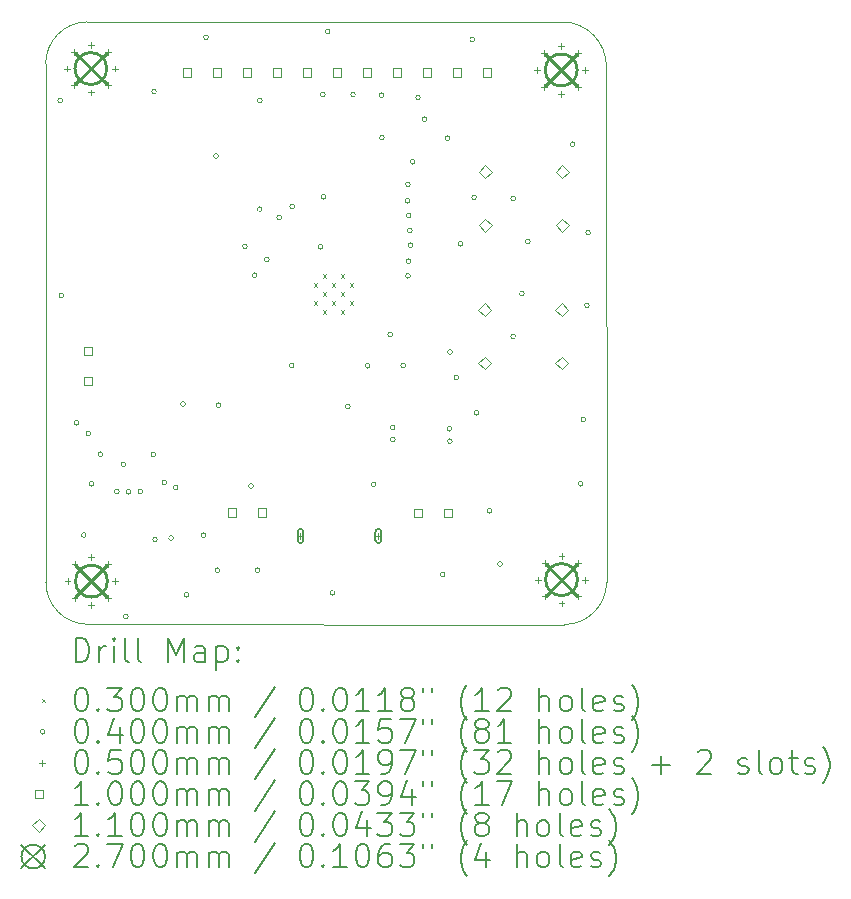
<source format=gbr>
%TF.GenerationSoftware,KiCad,Pcbnew,7.0.7*%
%TF.CreationDate,2024-07-30T23:45:06+02:00*%
%TF.ProjectId,linefollower_pcb,6c696e65-666f-46c6-9c6f-7765725f7063,rev?*%
%TF.SameCoordinates,Original*%
%TF.FileFunction,Drillmap*%
%TF.FilePolarity,Positive*%
%FSLAX45Y45*%
G04 Gerber Fmt 4.5, Leading zero omitted, Abs format (unit mm)*
G04 Created by KiCad (PCBNEW 7.0.7) date 2024-07-30 23:45:06*
%MOMM*%
%LPD*%
G01*
G04 APERTURE LIST*
%ADD10C,0.100000*%
%ADD11C,0.200000*%
%ADD12C,0.030000*%
%ADD13C,0.040000*%
%ADD14C,0.050000*%
%ADD15C,0.110000*%
%ADD16C,0.270000*%
G04 APERTURE END LIST*
D10*
X10657058Y-12602258D02*
G75*
G03*
X11017058Y-12242252I-8J360008D01*
G01*
X10657058Y-12602252D02*
X6620000Y-12600000D01*
X11014998Y-7876811D02*
G75*
G03*
X10652891Y-7500000I-377108J1D01*
G01*
X6614670Y-7499999D02*
G75*
G03*
X6267500Y-7854588I7500J-354591D01*
G01*
X6270001Y-12245471D02*
G75*
G03*
X6620000Y-12600000I354559J1D01*
G01*
X6614670Y-7500000D02*
X10652891Y-7500000D01*
X6270000Y-12245471D02*
X6267500Y-7854588D01*
X11015000Y-7876811D02*
X11017058Y-12242252D01*
D11*
D12*
X8535500Y-9714750D02*
X8565500Y-9744750D01*
X8565500Y-9714750D02*
X8535500Y-9744750D01*
X8535500Y-9867250D02*
X8565500Y-9897250D01*
X8565500Y-9867250D02*
X8535500Y-9897250D01*
X8611750Y-9638500D02*
X8641750Y-9668500D01*
X8641750Y-9638500D02*
X8611750Y-9668500D01*
X8611750Y-9791000D02*
X8641750Y-9821000D01*
X8641750Y-9791000D02*
X8611750Y-9821000D01*
X8611750Y-9943500D02*
X8641750Y-9973500D01*
X8641750Y-9943500D02*
X8611750Y-9973500D01*
X8688000Y-9714750D02*
X8718000Y-9744750D01*
X8718000Y-9714750D02*
X8688000Y-9744750D01*
X8688000Y-9867250D02*
X8718000Y-9897250D01*
X8718000Y-9867250D02*
X8688000Y-9897250D01*
X8764250Y-9638500D02*
X8794250Y-9668500D01*
X8794250Y-9638500D02*
X8764250Y-9668500D01*
X8764250Y-9791000D02*
X8794250Y-9821000D01*
X8794250Y-9791000D02*
X8764250Y-9821000D01*
X8764250Y-9943500D02*
X8794250Y-9973500D01*
X8794250Y-9943500D02*
X8764250Y-9973500D01*
X8840500Y-9714750D02*
X8870500Y-9744750D01*
X8870500Y-9714750D02*
X8840500Y-9744750D01*
X8840500Y-9867250D02*
X8870500Y-9897250D01*
X8870500Y-9867250D02*
X8840500Y-9897250D01*
D13*
X6410000Y-8165000D02*
G75*
G03*
X6410000Y-8165000I-20000J0D01*
G01*
X6420000Y-9815000D02*
G75*
G03*
X6420000Y-9815000I-20000J0D01*
G01*
X6550000Y-10895000D02*
G75*
G03*
X6550000Y-10895000I-20000J0D01*
G01*
X6610000Y-11845000D02*
G75*
G03*
X6610000Y-11845000I-20000J0D01*
G01*
X6650000Y-10985000D02*
G75*
G03*
X6650000Y-10985000I-20000J0D01*
G01*
X6675000Y-11410000D02*
G75*
G03*
X6675000Y-11410000I-20000J0D01*
G01*
X6750000Y-11160000D02*
G75*
G03*
X6750000Y-11160000I-20000J0D01*
G01*
X6889321Y-11474943D02*
G75*
G03*
X6889321Y-11474943I-20000J0D01*
G01*
X6946230Y-11246230D02*
G75*
G03*
X6946230Y-11246230I-20000J0D01*
G01*
X6965000Y-12535000D02*
G75*
G03*
X6965000Y-12535000I-20000J0D01*
G01*
X6989154Y-11479779D02*
G75*
G03*
X6989154Y-11479779I-20000J0D01*
G01*
X7090000Y-11475000D02*
G75*
G03*
X7090000Y-11475000I-20000J0D01*
G01*
X7200000Y-11162550D02*
G75*
G03*
X7200000Y-11162550I-20000J0D01*
G01*
X7205000Y-8090000D02*
G75*
G03*
X7205000Y-8090000I-20000J0D01*
G01*
X7213422Y-11881917D02*
G75*
G03*
X7213422Y-11881917I-20000J0D01*
G01*
X7293475Y-11399695D02*
G75*
G03*
X7293475Y-11399695I-20000J0D01*
G01*
X7350000Y-11870000D02*
G75*
G03*
X7350000Y-11870000I-20000J0D01*
G01*
X7387450Y-11442450D02*
G75*
G03*
X7387450Y-11442450I-20000J0D01*
G01*
X7450000Y-10735000D02*
G75*
G03*
X7450000Y-10735000I-20000J0D01*
G01*
X7480000Y-12350000D02*
G75*
G03*
X7480000Y-12350000I-20000J0D01*
G01*
X7625000Y-11845000D02*
G75*
G03*
X7625000Y-11845000I-20000J0D01*
G01*
X7645000Y-7630000D02*
G75*
G03*
X7645000Y-7630000I-20000J0D01*
G01*
X7730000Y-8635000D02*
G75*
G03*
X7730000Y-8635000I-20000J0D01*
G01*
X7741000Y-12142500D02*
G75*
G03*
X7741000Y-12142500I-20000J0D01*
G01*
X7750000Y-10745000D02*
G75*
G03*
X7750000Y-10745000I-20000J0D01*
G01*
X7975000Y-9400000D02*
G75*
G03*
X7975000Y-9400000I-20000J0D01*
G01*
X8025000Y-11430000D02*
G75*
G03*
X8025000Y-11430000I-20000J0D01*
G01*
X8057450Y-9645000D02*
G75*
G03*
X8057450Y-9645000I-20000J0D01*
G01*
X8081000Y-12142550D02*
G75*
G03*
X8081000Y-12142550I-20000J0D01*
G01*
X8100000Y-8165000D02*
G75*
G03*
X8100000Y-8165000I-20000J0D01*
G01*
X8100000Y-9085000D02*
G75*
G03*
X8100000Y-9085000I-20000J0D01*
G01*
X8160000Y-9510000D02*
G75*
G03*
X8160000Y-9510000I-20000J0D01*
G01*
X8263730Y-9156270D02*
G75*
G03*
X8263730Y-9156270I-20000J0D01*
G01*
X8370346Y-10410000D02*
G75*
G03*
X8370346Y-10410000I-20000J0D01*
G01*
X8375000Y-9065000D02*
G75*
G03*
X8375000Y-9065000I-20000J0D01*
G01*
X8615000Y-9405000D02*
G75*
G03*
X8615000Y-9405000I-20000J0D01*
G01*
X8635000Y-8115000D02*
G75*
G03*
X8635000Y-8115000I-20000J0D01*
G01*
X8640000Y-8980000D02*
G75*
G03*
X8640000Y-8980000I-20000J0D01*
G01*
X8675000Y-7580000D02*
G75*
G03*
X8675000Y-7580000I-20000J0D01*
G01*
X8715000Y-12335000D02*
G75*
G03*
X8715000Y-12335000I-20000J0D01*
G01*
X8845000Y-10755000D02*
G75*
G03*
X8845000Y-10755000I-20000J0D01*
G01*
X8890000Y-8115000D02*
G75*
G03*
X8890000Y-8115000I-20000J0D01*
G01*
X9013770Y-10411230D02*
G75*
G03*
X9013770Y-10411230I-20000J0D01*
G01*
X9065000Y-11415000D02*
G75*
G03*
X9065000Y-11415000I-20000J0D01*
G01*
X9130000Y-8120000D02*
G75*
G03*
X9130000Y-8120000I-20000J0D01*
G01*
X9135000Y-8480000D02*
G75*
G03*
X9135000Y-8480000I-20000J0D01*
G01*
X9205000Y-10145000D02*
G75*
G03*
X9205000Y-10145000I-20000J0D01*
G01*
X9224579Y-10935114D02*
G75*
G03*
X9224579Y-10935114I-20000J0D01*
G01*
X9226271Y-11035050D02*
G75*
G03*
X9226271Y-11035050I-20000J0D01*
G01*
X9315000Y-10410000D02*
G75*
G03*
X9315000Y-10410000I-20000J0D01*
G01*
X9350000Y-9015000D02*
G75*
G03*
X9350000Y-9015000I-20000J0D01*
G01*
X9355000Y-8875000D02*
G75*
G03*
X9355000Y-8875000I-20000J0D01*
G01*
X9355000Y-9650000D02*
G75*
G03*
X9355000Y-9650000I-20000J0D01*
G01*
X9360000Y-9140000D02*
G75*
G03*
X9360000Y-9140000I-20000J0D01*
G01*
X9360000Y-9525000D02*
G75*
G03*
X9360000Y-9525000I-20000J0D01*
G01*
X9370000Y-9265000D02*
G75*
G03*
X9370000Y-9265000I-20000J0D01*
G01*
X9375000Y-9390000D02*
G75*
G03*
X9375000Y-9390000I-20000J0D01*
G01*
X9395000Y-8685000D02*
G75*
G03*
X9395000Y-8685000I-20000J0D01*
G01*
X9440000Y-8140000D02*
G75*
G03*
X9440000Y-8140000I-20000J0D01*
G01*
X9495000Y-8325000D02*
G75*
G03*
X9495000Y-8325000I-20000J0D01*
G01*
X9649000Y-12180000D02*
G75*
G03*
X9649000Y-12180000I-20000J0D01*
G01*
X9690000Y-8485000D02*
G75*
G03*
X9690000Y-8485000I-20000J0D01*
G01*
X9705000Y-10945000D02*
G75*
G03*
X9705000Y-10945000I-20000J0D01*
G01*
X9710000Y-10295000D02*
G75*
G03*
X9710000Y-10295000I-20000J0D01*
G01*
X9710000Y-11050000D02*
G75*
G03*
X9710000Y-11050000I-20000J0D01*
G01*
X9765000Y-10510000D02*
G75*
G03*
X9765000Y-10510000I-20000J0D01*
G01*
X9800000Y-9380000D02*
G75*
G03*
X9800000Y-9380000I-20000J0D01*
G01*
X9900000Y-7650000D02*
G75*
G03*
X9900000Y-7650000I-20000J0D01*
G01*
X9915000Y-8985000D02*
G75*
G03*
X9915000Y-8985000I-20000J0D01*
G01*
X9935000Y-10810000D02*
G75*
G03*
X9935000Y-10810000I-20000J0D01*
G01*
X10045000Y-11640000D02*
G75*
G03*
X10045000Y-11640000I-20000J0D01*
G01*
X10135000Y-12090000D02*
G75*
G03*
X10135000Y-12090000I-20000J0D01*
G01*
X10245000Y-8995000D02*
G75*
G03*
X10245000Y-8995000I-20000J0D01*
G01*
X10245000Y-10163113D02*
G75*
G03*
X10245000Y-10163113I-20000J0D01*
G01*
X10320000Y-9800000D02*
G75*
G03*
X10320000Y-9800000I-20000J0D01*
G01*
X10370000Y-9360442D02*
G75*
G03*
X10370000Y-9360442I-20000J0D01*
G01*
X10750000Y-8535000D02*
G75*
G03*
X10750000Y-8535000I-20000J0D01*
G01*
X10817058Y-11410442D02*
G75*
G03*
X10817058Y-11410442I-20000J0D01*
G01*
X10840000Y-10865000D02*
G75*
G03*
X10840000Y-10865000I-20000J0D01*
G01*
X10870000Y-9900000D02*
G75*
G03*
X10870000Y-9900000I-20000J0D01*
G01*
X10880000Y-9285000D02*
G75*
G03*
X10880000Y-9285000I-20000J0D01*
G01*
D14*
X6447500Y-7870000D02*
X6447500Y-7920000D01*
X6422500Y-7895000D02*
X6472500Y-7895000D01*
X6452500Y-12210000D02*
X6452500Y-12260000D01*
X6427500Y-12235000D02*
X6477500Y-12235000D01*
X6506811Y-7726811D02*
X6506811Y-7776811D01*
X6481811Y-7751811D02*
X6531811Y-7751811D01*
X6506811Y-8013189D02*
X6506811Y-8063189D01*
X6481811Y-8038189D02*
X6531811Y-8038189D01*
X6511811Y-12066811D02*
X6511811Y-12116811D01*
X6486811Y-12091811D02*
X6536811Y-12091811D01*
X6511811Y-12353189D02*
X6511811Y-12403189D01*
X6486811Y-12378189D02*
X6536811Y-12378189D01*
X6650000Y-7667500D02*
X6650000Y-7717500D01*
X6625000Y-7692500D02*
X6675000Y-7692500D01*
X6650000Y-8072500D02*
X6650000Y-8122500D01*
X6625000Y-8097500D02*
X6675000Y-8097500D01*
X6655000Y-12007500D02*
X6655000Y-12057500D01*
X6630000Y-12032500D02*
X6680000Y-12032500D01*
X6655000Y-12412500D02*
X6655000Y-12462500D01*
X6630000Y-12437500D02*
X6680000Y-12437500D01*
X6793189Y-7726811D02*
X6793189Y-7776811D01*
X6768189Y-7751811D02*
X6818189Y-7751811D01*
X6793189Y-8013189D02*
X6793189Y-8063189D01*
X6768189Y-8038189D02*
X6818189Y-8038189D01*
X6798189Y-12066811D02*
X6798189Y-12116811D01*
X6773189Y-12091811D02*
X6823189Y-12091811D01*
X6798189Y-12353189D02*
X6798189Y-12403189D01*
X6773189Y-12378189D02*
X6823189Y-12378189D01*
X6852500Y-7870000D02*
X6852500Y-7920000D01*
X6827500Y-7895000D02*
X6877500Y-7895000D01*
X6857500Y-12210000D02*
X6857500Y-12260000D01*
X6832500Y-12235000D02*
X6882500Y-12235000D01*
X8425000Y-11827500D02*
X8425000Y-11877500D01*
X8400000Y-11852500D02*
X8450000Y-11852500D01*
D11*
X8450000Y-11887500D02*
X8450000Y-11817500D01*
X8450000Y-11817500D02*
G75*
G03*
X8400000Y-11817500I-25000J0D01*
G01*
X8400000Y-11817500D02*
X8400000Y-11887500D01*
X8400000Y-11887500D02*
G75*
G03*
X8450000Y-11887500I25000J0D01*
G01*
D14*
X9085000Y-11827500D02*
X9085000Y-11877500D01*
X9060000Y-11852500D02*
X9110000Y-11852500D01*
D11*
X9110000Y-11887500D02*
X9110000Y-11817500D01*
X9110000Y-11817500D02*
G75*
G03*
X9060000Y-11817500I-25000J0D01*
G01*
X9060000Y-11817500D02*
X9060000Y-11887500D01*
X9060000Y-11887500D02*
G75*
G03*
X9110000Y-11887500I25000J0D01*
G01*
D14*
X10430000Y-7881811D02*
X10430000Y-7931811D01*
X10405000Y-7906811D02*
X10455000Y-7906811D01*
X10432500Y-12196811D02*
X10432500Y-12246811D01*
X10407500Y-12221811D02*
X10457500Y-12221811D01*
X10489311Y-7738622D02*
X10489311Y-7788622D01*
X10464311Y-7763622D02*
X10514311Y-7763622D01*
X10489311Y-8025000D02*
X10489311Y-8075000D01*
X10464311Y-8050000D02*
X10514311Y-8050000D01*
X10491811Y-12053622D02*
X10491811Y-12103622D01*
X10466811Y-12078622D02*
X10516811Y-12078622D01*
X10491811Y-12340000D02*
X10491811Y-12390000D01*
X10466811Y-12365000D02*
X10516811Y-12365000D01*
X10632500Y-7679311D02*
X10632500Y-7729311D01*
X10607500Y-7704311D02*
X10657500Y-7704311D01*
X10632500Y-8084311D02*
X10632500Y-8134311D01*
X10607500Y-8109311D02*
X10657500Y-8109311D01*
X10635000Y-11994311D02*
X10635000Y-12044311D01*
X10610000Y-12019311D02*
X10660000Y-12019311D01*
X10635000Y-12399311D02*
X10635000Y-12449311D01*
X10610000Y-12424311D02*
X10660000Y-12424311D01*
X10775689Y-7738622D02*
X10775689Y-7788622D01*
X10750689Y-7763622D02*
X10800689Y-7763622D01*
X10775689Y-8025000D02*
X10775689Y-8075000D01*
X10750689Y-8050000D02*
X10800689Y-8050000D01*
X10778189Y-12053622D02*
X10778189Y-12103622D01*
X10753189Y-12078622D02*
X10803189Y-12078622D01*
X10778189Y-12340000D02*
X10778189Y-12390000D01*
X10753189Y-12365000D02*
X10803189Y-12365000D01*
X10835000Y-7881811D02*
X10835000Y-7931811D01*
X10810000Y-7906811D02*
X10860000Y-7906811D01*
X10837500Y-12196811D02*
X10837500Y-12246811D01*
X10812500Y-12221811D02*
X10862500Y-12221811D01*
D10*
X6660356Y-10320356D02*
X6660356Y-10249644D01*
X6589644Y-10249644D01*
X6589644Y-10320356D01*
X6660356Y-10320356D01*
X6660356Y-10574356D02*
X6660356Y-10503644D01*
X6589644Y-10503644D01*
X6589644Y-10574356D01*
X6660356Y-10574356D01*
X7499356Y-7965356D02*
X7499356Y-7894644D01*
X7428644Y-7894644D01*
X7428644Y-7965356D01*
X7499356Y-7965356D01*
X7753356Y-7965356D02*
X7753356Y-7894644D01*
X7682644Y-7894644D01*
X7682644Y-7965356D01*
X7753356Y-7965356D01*
X7881356Y-11690356D02*
X7881356Y-11619644D01*
X7810644Y-11619644D01*
X7810644Y-11690356D01*
X7881356Y-11690356D01*
X8007356Y-7965356D02*
X8007356Y-7894644D01*
X7936644Y-7894644D01*
X7936644Y-7965356D01*
X8007356Y-7965356D01*
X8135356Y-11690356D02*
X8135356Y-11619644D01*
X8064644Y-11619644D01*
X8064644Y-11690356D01*
X8135356Y-11690356D01*
X8261356Y-7965356D02*
X8261356Y-7894644D01*
X8190644Y-7894644D01*
X8190644Y-7965356D01*
X8261356Y-7965356D01*
X8515356Y-7965356D02*
X8515356Y-7894644D01*
X8444644Y-7894644D01*
X8444644Y-7965356D01*
X8515356Y-7965356D01*
X8769356Y-7965356D02*
X8769356Y-7894644D01*
X8698644Y-7894644D01*
X8698644Y-7965356D01*
X8769356Y-7965356D01*
X9023356Y-7965356D02*
X9023356Y-7894644D01*
X8952644Y-7894644D01*
X8952644Y-7965356D01*
X9023356Y-7965356D01*
X9277356Y-7965356D02*
X9277356Y-7894644D01*
X9206644Y-7894644D01*
X9206644Y-7965356D01*
X9277356Y-7965356D01*
X9455356Y-11695356D02*
X9455356Y-11624644D01*
X9384644Y-11624644D01*
X9384644Y-11695356D01*
X9455356Y-11695356D01*
X9531356Y-7965356D02*
X9531356Y-7894644D01*
X9460644Y-7894644D01*
X9460644Y-7965356D01*
X9531356Y-7965356D01*
X9709356Y-11695356D02*
X9709356Y-11624644D01*
X9638644Y-11624644D01*
X9638644Y-11695356D01*
X9709356Y-11695356D01*
X9785356Y-7965356D02*
X9785356Y-7894644D01*
X9714644Y-7894644D01*
X9714644Y-7965356D01*
X9785356Y-7965356D01*
X10039356Y-7965356D02*
X10039356Y-7894644D01*
X9968644Y-7894644D01*
X9968644Y-7965356D01*
X10039356Y-7965356D01*
D15*
X9985000Y-9993113D02*
X10040000Y-9938113D01*
X9985000Y-9883113D01*
X9930000Y-9938113D01*
X9985000Y-9993113D01*
X9985000Y-10443113D02*
X10040000Y-10388113D01*
X9985000Y-10333113D01*
X9930000Y-10388113D01*
X9985000Y-10443113D01*
X9990000Y-8825000D02*
X10045000Y-8770000D01*
X9990000Y-8715000D01*
X9935000Y-8770000D01*
X9990000Y-8825000D01*
X9990000Y-9275000D02*
X10045000Y-9220000D01*
X9990000Y-9165000D01*
X9935000Y-9220000D01*
X9990000Y-9275000D01*
X10635000Y-9993113D02*
X10690000Y-9938113D01*
X10635000Y-9883113D01*
X10580000Y-9938113D01*
X10635000Y-9993113D01*
X10635000Y-10443113D02*
X10690000Y-10388113D01*
X10635000Y-10333113D01*
X10580000Y-10388113D01*
X10635000Y-10443113D01*
X10640000Y-8825000D02*
X10695000Y-8770000D01*
X10640000Y-8715000D01*
X10585000Y-8770000D01*
X10640000Y-8825000D01*
X10640000Y-9275000D02*
X10695000Y-9220000D01*
X10640000Y-9165000D01*
X10585000Y-9220000D01*
X10640000Y-9275000D01*
D16*
X6515000Y-7760000D02*
X6785000Y-8030000D01*
X6785000Y-7760000D02*
X6515000Y-8030000D01*
X6785000Y-7895000D02*
G75*
G03*
X6785000Y-7895000I-135000J0D01*
G01*
X6520000Y-12100000D02*
X6790000Y-12370000D01*
X6790000Y-12100000D02*
X6520000Y-12370000D01*
X6790000Y-12235000D02*
G75*
G03*
X6790000Y-12235000I-135000J0D01*
G01*
X10497500Y-7771811D02*
X10767500Y-8041811D01*
X10767500Y-7771811D02*
X10497500Y-8041811D01*
X10767500Y-7906811D02*
G75*
G03*
X10767500Y-7906811I-135000J0D01*
G01*
X10500000Y-12086811D02*
X10770000Y-12356811D01*
X10770000Y-12086811D02*
X10500000Y-12356811D01*
X10770000Y-12221811D02*
G75*
G03*
X10770000Y-12221811I-135000J0D01*
G01*
D11*
X6523276Y-12918736D02*
X6523276Y-12718736D01*
X6523276Y-12718736D02*
X6570895Y-12718736D01*
X6570895Y-12718736D02*
X6599467Y-12728260D01*
X6599467Y-12728260D02*
X6618514Y-12747308D01*
X6618514Y-12747308D02*
X6628038Y-12766355D01*
X6628038Y-12766355D02*
X6637562Y-12804450D01*
X6637562Y-12804450D02*
X6637562Y-12833022D01*
X6637562Y-12833022D02*
X6628038Y-12871117D01*
X6628038Y-12871117D02*
X6618514Y-12890165D01*
X6618514Y-12890165D02*
X6599467Y-12909212D01*
X6599467Y-12909212D02*
X6570895Y-12918736D01*
X6570895Y-12918736D02*
X6523276Y-12918736D01*
X6723276Y-12918736D02*
X6723276Y-12785403D01*
X6723276Y-12823498D02*
X6732800Y-12804450D01*
X6732800Y-12804450D02*
X6742324Y-12794927D01*
X6742324Y-12794927D02*
X6761372Y-12785403D01*
X6761372Y-12785403D02*
X6780419Y-12785403D01*
X6847086Y-12918736D02*
X6847086Y-12785403D01*
X6847086Y-12718736D02*
X6837562Y-12728260D01*
X6837562Y-12728260D02*
X6847086Y-12737784D01*
X6847086Y-12737784D02*
X6856610Y-12728260D01*
X6856610Y-12728260D02*
X6847086Y-12718736D01*
X6847086Y-12718736D02*
X6847086Y-12737784D01*
X6970895Y-12918736D02*
X6951848Y-12909212D01*
X6951848Y-12909212D02*
X6942324Y-12890165D01*
X6942324Y-12890165D02*
X6942324Y-12718736D01*
X7075657Y-12918736D02*
X7056610Y-12909212D01*
X7056610Y-12909212D02*
X7047086Y-12890165D01*
X7047086Y-12890165D02*
X7047086Y-12718736D01*
X7304229Y-12918736D02*
X7304229Y-12718736D01*
X7304229Y-12718736D02*
X7370895Y-12861593D01*
X7370895Y-12861593D02*
X7437562Y-12718736D01*
X7437562Y-12718736D02*
X7437562Y-12918736D01*
X7618514Y-12918736D02*
X7618514Y-12813974D01*
X7618514Y-12813974D02*
X7608991Y-12794927D01*
X7608991Y-12794927D02*
X7589943Y-12785403D01*
X7589943Y-12785403D02*
X7551848Y-12785403D01*
X7551848Y-12785403D02*
X7532800Y-12794927D01*
X7618514Y-12909212D02*
X7599467Y-12918736D01*
X7599467Y-12918736D02*
X7551848Y-12918736D01*
X7551848Y-12918736D02*
X7532800Y-12909212D01*
X7532800Y-12909212D02*
X7523276Y-12890165D01*
X7523276Y-12890165D02*
X7523276Y-12871117D01*
X7523276Y-12871117D02*
X7532800Y-12852070D01*
X7532800Y-12852070D02*
X7551848Y-12842546D01*
X7551848Y-12842546D02*
X7599467Y-12842546D01*
X7599467Y-12842546D02*
X7618514Y-12833022D01*
X7713753Y-12785403D02*
X7713753Y-12985403D01*
X7713753Y-12794927D02*
X7732800Y-12785403D01*
X7732800Y-12785403D02*
X7770895Y-12785403D01*
X7770895Y-12785403D02*
X7789943Y-12794927D01*
X7789943Y-12794927D02*
X7799467Y-12804450D01*
X7799467Y-12804450D02*
X7808991Y-12823498D01*
X7808991Y-12823498D02*
X7808991Y-12880641D01*
X7808991Y-12880641D02*
X7799467Y-12899689D01*
X7799467Y-12899689D02*
X7789943Y-12909212D01*
X7789943Y-12909212D02*
X7770895Y-12918736D01*
X7770895Y-12918736D02*
X7732800Y-12918736D01*
X7732800Y-12918736D02*
X7713753Y-12909212D01*
X7894705Y-12899689D02*
X7904229Y-12909212D01*
X7904229Y-12909212D02*
X7894705Y-12918736D01*
X7894705Y-12918736D02*
X7885181Y-12909212D01*
X7885181Y-12909212D02*
X7894705Y-12899689D01*
X7894705Y-12899689D02*
X7894705Y-12918736D01*
X7894705Y-12794927D02*
X7904229Y-12804450D01*
X7904229Y-12804450D02*
X7894705Y-12813974D01*
X7894705Y-12813974D02*
X7885181Y-12804450D01*
X7885181Y-12804450D02*
X7894705Y-12794927D01*
X7894705Y-12794927D02*
X7894705Y-12813974D01*
D12*
X6232500Y-13232252D02*
X6262500Y-13262252D01*
X6262500Y-13232252D02*
X6232500Y-13262252D01*
D11*
X6561372Y-13138736D02*
X6580419Y-13138736D01*
X6580419Y-13138736D02*
X6599467Y-13148260D01*
X6599467Y-13148260D02*
X6608991Y-13157784D01*
X6608991Y-13157784D02*
X6618514Y-13176831D01*
X6618514Y-13176831D02*
X6628038Y-13214927D01*
X6628038Y-13214927D02*
X6628038Y-13262546D01*
X6628038Y-13262546D02*
X6618514Y-13300641D01*
X6618514Y-13300641D02*
X6608991Y-13319689D01*
X6608991Y-13319689D02*
X6599467Y-13329212D01*
X6599467Y-13329212D02*
X6580419Y-13338736D01*
X6580419Y-13338736D02*
X6561372Y-13338736D01*
X6561372Y-13338736D02*
X6542324Y-13329212D01*
X6542324Y-13329212D02*
X6532800Y-13319689D01*
X6532800Y-13319689D02*
X6523276Y-13300641D01*
X6523276Y-13300641D02*
X6513753Y-13262546D01*
X6513753Y-13262546D02*
X6513753Y-13214927D01*
X6513753Y-13214927D02*
X6523276Y-13176831D01*
X6523276Y-13176831D02*
X6532800Y-13157784D01*
X6532800Y-13157784D02*
X6542324Y-13148260D01*
X6542324Y-13148260D02*
X6561372Y-13138736D01*
X6713753Y-13319689D02*
X6723276Y-13329212D01*
X6723276Y-13329212D02*
X6713753Y-13338736D01*
X6713753Y-13338736D02*
X6704229Y-13329212D01*
X6704229Y-13329212D02*
X6713753Y-13319689D01*
X6713753Y-13319689D02*
X6713753Y-13338736D01*
X6789943Y-13138736D02*
X6913753Y-13138736D01*
X6913753Y-13138736D02*
X6847086Y-13214927D01*
X6847086Y-13214927D02*
X6875657Y-13214927D01*
X6875657Y-13214927D02*
X6894705Y-13224450D01*
X6894705Y-13224450D02*
X6904229Y-13233974D01*
X6904229Y-13233974D02*
X6913753Y-13253022D01*
X6913753Y-13253022D02*
X6913753Y-13300641D01*
X6913753Y-13300641D02*
X6904229Y-13319689D01*
X6904229Y-13319689D02*
X6894705Y-13329212D01*
X6894705Y-13329212D02*
X6875657Y-13338736D01*
X6875657Y-13338736D02*
X6818514Y-13338736D01*
X6818514Y-13338736D02*
X6799467Y-13329212D01*
X6799467Y-13329212D02*
X6789943Y-13319689D01*
X7037562Y-13138736D02*
X7056610Y-13138736D01*
X7056610Y-13138736D02*
X7075657Y-13148260D01*
X7075657Y-13148260D02*
X7085181Y-13157784D01*
X7085181Y-13157784D02*
X7094705Y-13176831D01*
X7094705Y-13176831D02*
X7104229Y-13214927D01*
X7104229Y-13214927D02*
X7104229Y-13262546D01*
X7104229Y-13262546D02*
X7094705Y-13300641D01*
X7094705Y-13300641D02*
X7085181Y-13319689D01*
X7085181Y-13319689D02*
X7075657Y-13329212D01*
X7075657Y-13329212D02*
X7056610Y-13338736D01*
X7056610Y-13338736D02*
X7037562Y-13338736D01*
X7037562Y-13338736D02*
X7018514Y-13329212D01*
X7018514Y-13329212D02*
X7008991Y-13319689D01*
X7008991Y-13319689D02*
X6999467Y-13300641D01*
X6999467Y-13300641D02*
X6989943Y-13262546D01*
X6989943Y-13262546D02*
X6989943Y-13214927D01*
X6989943Y-13214927D02*
X6999467Y-13176831D01*
X6999467Y-13176831D02*
X7008991Y-13157784D01*
X7008991Y-13157784D02*
X7018514Y-13148260D01*
X7018514Y-13148260D02*
X7037562Y-13138736D01*
X7228038Y-13138736D02*
X7247086Y-13138736D01*
X7247086Y-13138736D02*
X7266134Y-13148260D01*
X7266134Y-13148260D02*
X7275657Y-13157784D01*
X7275657Y-13157784D02*
X7285181Y-13176831D01*
X7285181Y-13176831D02*
X7294705Y-13214927D01*
X7294705Y-13214927D02*
X7294705Y-13262546D01*
X7294705Y-13262546D02*
X7285181Y-13300641D01*
X7285181Y-13300641D02*
X7275657Y-13319689D01*
X7275657Y-13319689D02*
X7266134Y-13329212D01*
X7266134Y-13329212D02*
X7247086Y-13338736D01*
X7247086Y-13338736D02*
X7228038Y-13338736D01*
X7228038Y-13338736D02*
X7208991Y-13329212D01*
X7208991Y-13329212D02*
X7199467Y-13319689D01*
X7199467Y-13319689D02*
X7189943Y-13300641D01*
X7189943Y-13300641D02*
X7180419Y-13262546D01*
X7180419Y-13262546D02*
X7180419Y-13214927D01*
X7180419Y-13214927D02*
X7189943Y-13176831D01*
X7189943Y-13176831D02*
X7199467Y-13157784D01*
X7199467Y-13157784D02*
X7208991Y-13148260D01*
X7208991Y-13148260D02*
X7228038Y-13138736D01*
X7380419Y-13338736D02*
X7380419Y-13205403D01*
X7380419Y-13224450D02*
X7389943Y-13214927D01*
X7389943Y-13214927D02*
X7408991Y-13205403D01*
X7408991Y-13205403D02*
X7437562Y-13205403D01*
X7437562Y-13205403D02*
X7456610Y-13214927D01*
X7456610Y-13214927D02*
X7466134Y-13233974D01*
X7466134Y-13233974D02*
X7466134Y-13338736D01*
X7466134Y-13233974D02*
X7475657Y-13214927D01*
X7475657Y-13214927D02*
X7494705Y-13205403D01*
X7494705Y-13205403D02*
X7523276Y-13205403D01*
X7523276Y-13205403D02*
X7542324Y-13214927D01*
X7542324Y-13214927D02*
X7551848Y-13233974D01*
X7551848Y-13233974D02*
X7551848Y-13338736D01*
X7647086Y-13338736D02*
X7647086Y-13205403D01*
X7647086Y-13224450D02*
X7656610Y-13214927D01*
X7656610Y-13214927D02*
X7675657Y-13205403D01*
X7675657Y-13205403D02*
X7704229Y-13205403D01*
X7704229Y-13205403D02*
X7723276Y-13214927D01*
X7723276Y-13214927D02*
X7732800Y-13233974D01*
X7732800Y-13233974D02*
X7732800Y-13338736D01*
X7732800Y-13233974D02*
X7742324Y-13214927D01*
X7742324Y-13214927D02*
X7761372Y-13205403D01*
X7761372Y-13205403D02*
X7789943Y-13205403D01*
X7789943Y-13205403D02*
X7808991Y-13214927D01*
X7808991Y-13214927D02*
X7818515Y-13233974D01*
X7818515Y-13233974D02*
X7818515Y-13338736D01*
X8208991Y-13129212D02*
X8037562Y-13386355D01*
X8466134Y-13138736D02*
X8485181Y-13138736D01*
X8485181Y-13138736D02*
X8504229Y-13148260D01*
X8504229Y-13148260D02*
X8513753Y-13157784D01*
X8513753Y-13157784D02*
X8523277Y-13176831D01*
X8523277Y-13176831D02*
X8532800Y-13214927D01*
X8532800Y-13214927D02*
X8532800Y-13262546D01*
X8532800Y-13262546D02*
X8523277Y-13300641D01*
X8523277Y-13300641D02*
X8513753Y-13319689D01*
X8513753Y-13319689D02*
X8504229Y-13329212D01*
X8504229Y-13329212D02*
X8485181Y-13338736D01*
X8485181Y-13338736D02*
X8466134Y-13338736D01*
X8466134Y-13338736D02*
X8447086Y-13329212D01*
X8447086Y-13329212D02*
X8437562Y-13319689D01*
X8437562Y-13319689D02*
X8428039Y-13300641D01*
X8428039Y-13300641D02*
X8418515Y-13262546D01*
X8418515Y-13262546D02*
X8418515Y-13214927D01*
X8418515Y-13214927D02*
X8428039Y-13176831D01*
X8428039Y-13176831D02*
X8437562Y-13157784D01*
X8437562Y-13157784D02*
X8447086Y-13148260D01*
X8447086Y-13148260D02*
X8466134Y-13138736D01*
X8618515Y-13319689D02*
X8628039Y-13329212D01*
X8628039Y-13329212D02*
X8618515Y-13338736D01*
X8618515Y-13338736D02*
X8608991Y-13329212D01*
X8608991Y-13329212D02*
X8618515Y-13319689D01*
X8618515Y-13319689D02*
X8618515Y-13338736D01*
X8751848Y-13138736D02*
X8770896Y-13138736D01*
X8770896Y-13138736D02*
X8789943Y-13148260D01*
X8789943Y-13148260D02*
X8799467Y-13157784D01*
X8799467Y-13157784D02*
X8808991Y-13176831D01*
X8808991Y-13176831D02*
X8818515Y-13214927D01*
X8818515Y-13214927D02*
X8818515Y-13262546D01*
X8818515Y-13262546D02*
X8808991Y-13300641D01*
X8808991Y-13300641D02*
X8799467Y-13319689D01*
X8799467Y-13319689D02*
X8789943Y-13329212D01*
X8789943Y-13329212D02*
X8770896Y-13338736D01*
X8770896Y-13338736D02*
X8751848Y-13338736D01*
X8751848Y-13338736D02*
X8732800Y-13329212D01*
X8732800Y-13329212D02*
X8723277Y-13319689D01*
X8723277Y-13319689D02*
X8713753Y-13300641D01*
X8713753Y-13300641D02*
X8704229Y-13262546D01*
X8704229Y-13262546D02*
X8704229Y-13214927D01*
X8704229Y-13214927D02*
X8713753Y-13176831D01*
X8713753Y-13176831D02*
X8723277Y-13157784D01*
X8723277Y-13157784D02*
X8732800Y-13148260D01*
X8732800Y-13148260D02*
X8751848Y-13138736D01*
X9008991Y-13338736D02*
X8894705Y-13338736D01*
X8951848Y-13338736D02*
X8951848Y-13138736D01*
X8951848Y-13138736D02*
X8932800Y-13167308D01*
X8932800Y-13167308D02*
X8913753Y-13186355D01*
X8913753Y-13186355D02*
X8894705Y-13195879D01*
X9199467Y-13338736D02*
X9085181Y-13338736D01*
X9142324Y-13338736D02*
X9142324Y-13138736D01*
X9142324Y-13138736D02*
X9123277Y-13167308D01*
X9123277Y-13167308D02*
X9104229Y-13186355D01*
X9104229Y-13186355D02*
X9085181Y-13195879D01*
X9313753Y-13224450D02*
X9294705Y-13214927D01*
X9294705Y-13214927D02*
X9285181Y-13205403D01*
X9285181Y-13205403D02*
X9275658Y-13186355D01*
X9275658Y-13186355D02*
X9275658Y-13176831D01*
X9275658Y-13176831D02*
X9285181Y-13157784D01*
X9285181Y-13157784D02*
X9294705Y-13148260D01*
X9294705Y-13148260D02*
X9313753Y-13138736D01*
X9313753Y-13138736D02*
X9351848Y-13138736D01*
X9351848Y-13138736D02*
X9370896Y-13148260D01*
X9370896Y-13148260D02*
X9380420Y-13157784D01*
X9380420Y-13157784D02*
X9389943Y-13176831D01*
X9389943Y-13176831D02*
X9389943Y-13186355D01*
X9389943Y-13186355D02*
X9380420Y-13205403D01*
X9380420Y-13205403D02*
X9370896Y-13214927D01*
X9370896Y-13214927D02*
X9351848Y-13224450D01*
X9351848Y-13224450D02*
X9313753Y-13224450D01*
X9313753Y-13224450D02*
X9294705Y-13233974D01*
X9294705Y-13233974D02*
X9285181Y-13243498D01*
X9285181Y-13243498D02*
X9275658Y-13262546D01*
X9275658Y-13262546D02*
X9275658Y-13300641D01*
X9275658Y-13300641D02*
X9285181Y-13319689D01*
X9285181Y-13319689D02*
X9294705Y-13329212D01*
X9294705Y-13329212D02*
X9313753Y-13338736D01*
X9313753Y-13338736D02*
X9351848Y-13338736D01*
X9351848Y-13338736D02*
X9370896Y-13329212D01*
X9370896Y-13329212D02*
X9380420Y-13319689D01*
X9380420Y-13319689D02*
X9389943Y-13300641D01*
X9389943Y-13300641D02*
X9389943Y-13262546D01*
X9389943Y-13262546D02*
X9380420Y-13243498D01*
X9380420Y-13243498D02*
X9370896Y-13233974D01*
X9370896Y-13233974D02*
X9351848Y-13224450D01*
X9466134Y-13138736D02*
X9466134Y-13176831D01*
X9542324Y-13138736D02*
X9542324Y-13176831D01*
X9837563Y-13414927D02*
X9828039Y-13405403D01*
X9828039Y-13405403D02*
X9808991Y-13376831D01*
X9808991Y-13376831D02*
X9799467Y-13357784D01*
X9799467Y-13357784D02*
X9789943Y-13329212D01*
X9789943Y-13329212D02*
X9780420Y-13281593D01*
X9780420Y-13281593D02*
X9780420Y-13243498D01*
X9780420Y-13243498D02*
X9789943Y-13195879D01*
X9789943Y-13195879D02*
X9799467Y-13167308D01*
X9799467Y-13167308D02*
X9808991Y-13148260D01*
X9808991Y-13148260D02*
X9828039Y-13119689D01*
X9828039Y-13119689D02*
X9837563Y-13110165D01*
X10018515Y-13338736D02*
X9904229Y-13338736D01*
X9961372Y-13338736D02*
X9961372Y-13138736D01*
X9961372Y-13138736D02*
X9942324Y-13167308D01*
X9942324Y-13167308D02*
X9923277Y-13186355D01*
X9923277Y-13186355D02*
X9904229Y-13195879D01*
X10094705Y-13157784D02*
X10104229Y-13148260D01*
X10104229Y-13148260D02*
X10123277Y-13138736D01*
X10123277Y-13138736D02*
X10170896Y-13138736D01*
X10170896Y-13138736D02*
X10189943Y-13148260D01*
X10189943Y-13148260D02*
X10199467Y-13157784D01*
X10199467Y-13157784D02*
X10208991Y-13176831D01*
X10208991Y-13176831D02*
X10208991Y-13195879D01*
X10208991Y-13195879D02*
X10199467Y-13224450D01*
X10199467Y-13224450D02*
X10085182Y-13338736D01*
X10085182Y-13338736D02*
X10208991Y-13338736D01*
X10447086Y-13338736D02*
X10447086Y-13138736D01*
X10532801Y-13338736D02*
X10532801Y-13233974D01*
X10532801Y-13233974D02*
X10523277Y-13214927D01*
X10523277Y-13214927D02*
X10504229Y-13205403D01*
X10504229Y-13205403D02*
X10475658Y-13205403D01*
X10475658Y-13205403D02*
X10456610Y-13214927D01*
X10456610Y-13214927D02*
X10447086Y-13224450D01*
X10656610Y-13338736D02*
X10637563Y-13329212D01*
X10637563Y-13329212D02*
X10628039Y-13319689D01*
X10628039Y-13319689D02*
X10618515Y-13300641D01*
X10618515Y-13300641D02*
X10618515Y-13243498D01*
X10618515Y-13243498D02*
X10628039Y-13224450D01*
X10628039Y-13224450D02*
X10637563Y-13214927D01*
X10637563Y-13214927D02*
X10656610Y-13205403D01*
X10656610Y-13205403D02*
X10685182Y-13205403D01*
X10685182Y-13205403D02*
X10704229Y-13214927D01*
X10704229Y-13214927D02*
X10713753Y-13224450D01*
X10713753Y-13224450D02*
X10723277Y-13243498D01*
X10723277Y-13243498D02*
X10723277Y-13300641D01*
X10723277Y-13300641D02*
X10713753Y-13319689D01*
X10713753Y-13319689D02*
X10704229Y-13329212D01*
X10704229Y-13329212D02*
X10685182Y-13338736D01*
X10685182Y-13338736D02*
X10656610Y-13338736D01*
X10837563Y-13338736D02*
X10818515Y-13329212D01*
X10818515Y-13329212D02*
X10808991Y-13310165D01*
X10808991Y-13310165D02*
X10808991Y-13138736D01*
X10989944Y-13329212D02*
X10970896Y-13338736D01*
X10970896Y-13338736D02*
X10932801Y-13338736D01*
X10932801Y-13338736D02*
X10913753Y-13329212D01*
X10913753Y-13329212D02*
X10904229Y-13310165D01*
X10904229Y-13310165D02*
X10904229Y-13233974D01*
X10904229Y-13233974D02*
X10913753Y-13214927D01*
X10913753Y-13214927D02*
X10932801Y-13205403D01*
X10932801Y-13205403D02*
X10970896Y-13205403D01*
X10970896Y-13205403D02*
X10989944Y-13214927D01*
X10989944Y-13214927D02*
X10999467Y-13233974D01*
X10999467Y-13233974D02*
X10999467Y-13253022D01*
X10999467Y-13253022D02*
X10904229Y-13272070D01*
X11075658Y-13329212D02*
X11094705Y-13338736D01*
X11094705Y-13338736D02*
X11132801Y-13338736D01*
X11132801Y-13338736D02*
X11151848Y-13329212D01*
X11151848Y-13329212D02*
X11161372Y-13310165D01*
X11161372Y-13310165D02*
X11161372Y-13300641D01*
X11161372Y-13300641D02*
X11151848Y-13281593D01*
X11151848Y-13281593D02*
X11132801Y-13272070D01*
X11132801Y-13272070D02*
X11104229Y-13272070D01*
X11104229Y-13272070D02*
X11085182Y-13262546D01*
X11085182Y-13262546D02*
X11075658Y-13243498D01*
X11075658Y-13243498D02*
X11075658Y-13233974D01*
X11075658Y-13233974D02*
X11085182Y-13214927D01*
X11085182Y-13214927D02*
X11104229Y-13205403D01*
X11104229Y-13205403D02*
X11132801Y-13205403D01*
X11132801Y-13205403D02*
X11151848Y-13214927D01*
X11228039Y-13414927D02*
X11237563Y-13405403D01*
X11237563Y-13405403D02*
X11256610Y-13376831D01*
X11256610Y-13376831D02*
X11266134Y-13357784D01*
X11266134Y-13357784D02*
X11275658Y-13329212D01*
X11275658Y-13329212D02*
X11285182Y-13281593D01*
X11285182Y-13281593D02*
X11285182Y-13243498D01*
X11285182Y-13243498D02*
X11275658Y-13195879D01*
X11275658Y-13195879D02*
X11266134Y-13167308D01*
X11266134Y-13167308D02*
X11256610Y-13148260D01*
X11256610Y-13148260D02*
X11237563Y-13119689D01*
X11237563Y-13119689D02*
X11228039Y-13110165D01*
D13*
X6262500Y-13511252D02*
G75*
G03*
X6262500Y-13511252I-20000J0D01*
G01*
D11*
X6561372Y-13402736D02*
X6580419Y-13402736D01*
X6580419Y-13402736D02*
X6599467Y-13412260D01*
X6599467Y-13412260D02*
X6608991Y-13421784D01*
X6608991Y-13421784D02*
X6618514Y-13440831D01*
X6618514Y-13440831D02*
X6628038Y-13478927D01*
X6628038Y-13478927D02*
X6628038Y-13526546D01*
X6628038Y-13526546D02*
X6618514Y-13564641D01*
X6618514Y-13564641D02*
X6608991Y-13583689D01*
X6608991Y-13583689D02*
X6599467Y-13593212D01*
X6599467Y-13593212D02*
X6580419Y-13602736D01*
X6580419Y-13602736D02*
X6561372Y-13602736D01*
X6561372Y-13602736D02*
X6542324Y-13593212D01*
X6542324Y-13593212D02*
X6532800Y-13583689D01*
X6532800Y-13583689D02*
X6523276Y-13564641D01*
X6523276Y-13564641D02*
X6513753Y-13526546D01*
X6513753Y-13526546D02*
X6513753Y-13478927D01*
X6513753Y-13478927D02*
X6523276Y-13440831D01*
X6523276Y-13440831D02*
X6532800Y-13421784D01*
X6532800Y-13421784D02*
X6542324Y-13412260D01*
X6542324Y-13412260D02*
X6561372Y-13402736D01*
X6713753Y-13583689D02*
X6723276Y-13593212D01*
X6723276Y-13593212D02*
X6713753Y-13602736D01*
X6713753Y-13602736D02*
X6704229Y-13593212D01*
X6704229Y-13593212D02*
X6713753Y-13583689D01*
X6713753Y-13583689D02*
X6713753Y-13602736D01*
X6894705Y-13469403D02*
X6894705Y-13602736D01*
X6847086Y-13393212D02*
X6799467Y-13536070D01*
X6799467Y-13536070D02*
X6923276Y-13536070D01*
X7037562Y-13402736D02*
X7056610Y-13402736D01*
X7056610Y-13402736D02*
X7075657Y-13412260D01*
X7075657Y-13412260D02*
X7085181Y-13421784D01*
X7085181Y-13421784D02*
X7094705Y-13440831D01*
X7094705Y-13440831D02*
X7104229Y-13478927D01*
X7104229Y-13478927D02*
X7104229Y-13526546D01*
X7104229Y-13526546D02*
X7094705Y-13564641D01*
X7094705Y-13564641D02*
X7085181Y-13583689D01*
X7085181Y-13583689D02*
X7075657Y-13593212D01*
X7075657Y-13593212D02*
X7056610Y-13602736D01*
X7056610Y-13602736D02*
X7037562Y-13602736D01*
X7037562Y-13602736D02*
X7018514Y-13593212D01*
X7018514Y-13593212D02*
X7008991Y-13583689D01*
X7008991Y-13583689D02*
X6999467Y-13564641D01*
X6999467Y-13564641D02*
X6989943Y-13526546D01*
X6989943Y-13526546D02*
X6989943Y-13478927D01*
X6989943Y-13478927D02*
X6999467Y-13440831D01*
X6999467Y-13440831D02*
X7008991Y-13421784D01*
X7008991Y-13421784D02*
X7018514Y-13412260D01*
X7018514Y-13412260D02*
X7037562Y-13402736D01*
X7228038Y-13402736D02*
X7247086Y-13402736D01*
X7247086Y-13402736D02*
X7266134Y-13412260D01*
X7266134Y-13412260D02*
X7275657Y-13421784D01*
X7275657Y-13421784D02*
X7285181Y-13440831D01*
X7285181Y-13440831D02*
X7294705Y-13478927D01*
X7294705Y-13478927D02*
X7294705Y-13526546D01*
X7294705Y-13526546D02*
X7285181Y-13564641D01*
X7285181Y-13564641D02*
X7275657Y-13583689D01*
X7275657Y-13583689D02*
X7266134Y-13593212D01*
X7266134Y-13593212D02*
X7247086Y-13602736D01*
X7247086Y-13602736D02*
X7228038Y-13602736D01*
X7228038Y-13602736D02*
X7208991Y-13593212D01*
X7208991Y-13593212D02*
X7199467Y-13583689D01*
X7199467Y-13583689D02*
X7189943Y-13564641D01*
X7189943Y-13564641D02*
X7180419Y-13526546D01*
X7180419Y-13526546D02*
X7180419Y-13478927D01*
X7180419Y-13478927D02*
X7189943Y-13440831D01*
X7189943Y-13440831D02*
X7199467Y-13421784D01*
X7199467Y-13421784D02*
X7208991Y-13412260D01*
X7208991Y-13412260D02*
X7228038Y-13402736D01*
X7380419Y-13602736D02*
X7380419Y-13469403D01*
X7380419Y-13488450D02*
X7389943Y-13478927D01*
X7389943Y-13478927D02*
X7408991Y-13469403D01*
X7408991Y-13469403D02*
X7437562Y-13469403D01*
X7437562Y-13469403D02*
X7456610Y-13478927D01*
X7456610Y-13478927D02*
X7466134Y-13497974D01*
X7466134Y-13497974D02*
X7466134Y-13602736D01*
X7466134Y-13497974D02*
X7475657Y-13478927D01*
X7475657Y-13478927D02*
X7494705Y-13469403D01*
X7494705Y-13469403D02*
X7523276Y-13469403D01*
X7523276Y-13469403D02*
X7542324Y-13478927D01*
X7542324Y-13478927D02*
X7551848Y-13497974D01*
X7551848Y-13497974D02*
X7551848Y-13602736D01*
X7647086Y-13602736D02*
X7647086Y-13469403D01*
X7647086Y-13488450D02*
X7656610Y-13478927D01*
X7656610Y-13478927D02*
X7675657Y-13469403D01*
X7675657Y-13469403D02*
X7704229Y-13469403D01*
X7704229Y-13469403D02*
X7723276Y-13478927D01*
X7723276Y-13478927D02*
X7732800Y-13497974D01*
X7732800Y-13497974D02*
X7732800Y-13602736D01*
X7732800Y-13497974D02*
X7742324Y-13478927D01*
X7742324Y-13478927D02*
X7761372Y-13469403D01*
X7761372Y-13469403D02*
X7789943Y-13469403D01*
X7789943Y-13469403D02*
X7808991Y-13478927D01*
X7808991Y-13478927D02*
X7818515Y-13497974D01*
X7818515Y-13497974D02*
X7818515Y-13602736D01*
X8208991Y-13393212D02*
X8037562Y-13650355D01*
X8466134Y-13402736D02*
X8485181Y-13402736D01*
X8485181Y-13402736D02*
X8504229Y-13412260D01*
X8504229Y-13412260D02*
X8513753Y-13421784D01*
X8513753Y-13421784D02*
X8523277Y-13440831D01*
X8523277Y-13440831D02*
X8532800Y-13478927D01*
X8532800Y-13478927D02*
X8532800Y-13526546D01*
X8532800Y-13526546D02*
X8523277Y-13564641D01*
X8523277Y-13564641D02*
X8513753Y-13583689D01*
X8513753Y-13583689D02*
X8504229Y-13593212D01*
X8504229Y-13593212D02*
X8485181Y-13602736D01*
X8485181Y-13602736D02*
X8466134Y-13602736D01*
X8466134Y-13602736D02*
X8447086Y-13593212D01*
X8447086Y-13593212D02*
X8437562Y-13583689D01*
X8437562Y-13583689D02*
X8428039Y-13564641D01*
X8428039Y-13564641D02*
X8418515Y-13526546D01*
X8418515Y-13526546D02*
X8418515Y-13478927D01*
X8418515Y-13478927D02*
X8428039Y-13440831D01*
X8428039Y-13440831D02*
X8437562Y-13421784D01*
X8437562Y-13421784D02*
X8447086Y-13412260D01*
X8447086Y-13412260D02*
X8466134Y-13402736D01*
X8618515Y-13583689D02*
X8628039Y-13593212D01*
X8628039Y-13593212D02*
X8618515Y-13602736D01*
X8618515Y-13602736D02*
X8608991Y-13593212D01*
X8608991Y-13593212D02*
X8618515Y-13583689D01*
X8618515Y-13583689D02*
X8618515Y-13602736D01*
X8751848Y-13402736D02*
X8770896Y-13402736D01*
X8770896Y-13402736D02*
X8789943Y-13412260D01*
X8789943Y-13412260D02*
X8799467Y-13421784D01*
X8799467Y-13421784D02*
X8808991Y-13440831D01*
X8808991Y-13440831D02*
X8818515Y-13478927D01*
X8818515Y-13478927D02*
X8818515Y-13526546D01*
X8818515Y-13526546D02*
X8808991Y-13564641D01*
X8808991Y-13564641D02*
X8799467Y-13583689D01*
X8799467Y-13583689D02*
X8789943Y-13593212D01*
X8789943Y-13593212D02*
X8770896Y-13602736D01*
X8770896Y-13602736D02*
X8751848Y-13602736D01*
X8751848Y-13602736D02*
X8732800Y-13593212D01*
X8732800Y-13593212D02*
X8723277Y-13583689D01*
X8723277Y-13583689D02*
X8713753Y-13564641D01*
X8713753Y-13564641D02*
X8704229Y-13526546D01*
X8704229Y-13526546D02*
X8704229Y-13478927D01*
X8704229Y-13478927D02*
X8713753Y-13440831D01*
X8713753Y-13440831D02*
X8723277Y-13421784D01*
X8723277Y-13421784D02*
X8732800Y-13412260D01*
X8732800Y-13412260D02*
X8751848Y-13402736D01*
X9008991Y-13602736D02*
X8894705Y-13602736D01*
X8951848Y-13602736D02*
X8951848Y-13402736D01*
X8951848Y-13402736D02*
X8932800Y-13431308D01*
X8932800Y-13431308D02*
X8913753Y-13450355D01*
X8913753Y-13450355D02*
X8894705Y-13459879D01*
X9189943Y-13402736D02*
X9094705Y-13402736D01*
X9094705Y-13402736D02*
X9085181Y-13497974D01*
X9085181Y-13497974D02*
X9094705Y-13488450D01*
X9094705Y-13488450D02*
X9113753Y-13478927D01*
X9113753Y-13478927D02*
X9161372Y-13478927D01*
X9161372Y-13478927D02*
X9180420Y-13488450D01*
X9180420Y-13488450D02*
X9189943Y-13497974D01*
X9189943Y-13497974D02*
X9199467Y-13517022D01*
X9199467Y-13517022D02*
X9199467Y-13564641D01*
X9199467Y-13564641D02*
X9189943Y-13583689D01*
X9189943Y-13583689D02*
X9180420Y-13593212D01*
X9180420Y-13593212D02*
X9161372Y-13602736D01*
X9161372Y-13602736D02*
X9113753Y-13602736D01*
X9113753Y-13602736D02*
X9094705Y-13593212D01*
X9094705Y-13593212D02*
X9085181Y-13583689D01*
X9266134Y-13402736D02*
X9399467Y-13402736D01*
X9399467Y-13402736D02*
X9313753Y-13602736D01*
X9466134Y-13402736D02*
X9466134Y-13440831D01*
X9542324Y-13402736D02*
X9542324Y-13440831D01*
X9837563Y-13678927D02*
X9828039Y-13669403D01*
X9828039Y-13669403D02*
X9808991Y-13640831D01*
X9808991Y-13640831D02*
X9799467Y-13621784D01*
X9799467Y-13621784D02*
X9789943Y-13593212D01*
X9789943Y-13593212D02*
X9780420Y-13545593D01*
X9780420Y-13545593D02*
X9780420Y-13507498D01*
X9780420Y-13507498D02*
X9789943Y-13459879D01*
X9789943Y-13459879D02*
X9799467Y-13431308D01*
X9799467Y-13431308D02*
X9808991Y-13412260D01*
X9808991Y-13412260D02*
X9828039Y-13383689D01*
X9828039Y-13383689D02*
X9837563Y-13374165D01*
X9942324Y-13488450D02*
X9923277Y-13478927D01*
X9923277Y-13478927D02*
X9913753Y-13469403D01*
X9913753Y-13469403D02*
X9904229Y-13450355D01*
X9904229Y-13450355D02*
X9904229Y-13440831D01*
X9904229Y-13440831D02*
X9913753Y-13421784D01*
X9913753Y-13421784D02*
X9923277Y-13412260D01*
X9923277Y-13412260D02*
X9942324Y-13402736D01*
X9942324Y-13402736D02*
X9980420Y-13402736D01*
X9980420Y-13402736D02*
X9999467Y-13412260D01*
X9999467Y-13412260D02*
X10008991Y-13421784D01*
X10008991Y-13421784D02*
X10018515Y-13440831D01*
X10018515Y-13440831D02*
X10018515Y-13450355D01*
X10018515Y-13450355D02*
X10008991Y-13469403D01*
X10008991Y-13469403D02*
X9999467Y-13478927D01*
X9999467Y-13478927D02*
X9980420Y-13488450D01*
X9980420Y-13488450D02*
X9942324Y-13488450D01*
X9942324Y-13488450D02*
X9923277Y-13497974D01*
X9923277Y-13497974D02*
X9913753Y-13507498D01*
X9913753Y-13507498D02*
X9904229Y-13526546D01*
X9904229Y-13526546D02*
X9904229Y-13564641D01*
X9904229Y-13564641D02*
X9913753Y-13583689D01*
X9913753Y-13583689D02*
X9923277Y-13593212D01*
X9923277Y-13593212D02*
X9942324Y-13602736D01*
X9942324Y-13602736D02*
X9980420Y-13602736D01*
X9980420Y-13602736D02*
X9999467Y-13593212D01*
X9999467Y-13593212D02*
X10008991Y-13583689D01*
X10008991Y-13583689D02*
X10018515Y-13564641D01*
X10018515Y-13564641D02*
X10018515Y-13526546D01*
X10018515Y-13526546D02*
X10008991Y-13507498D01*
X10008991Y-13507498D02*
X9999467Y-13497974D01*
X9999467Y-13497974D02*
X9980420Y-13488450D01*
X10208991Y-13602736D02*
X10094705Y-13602736D01*
X10151848Y-13602736D02*
X10151848Y-13402736D01*
X10151848Y-13402736D02*
X10132801Y-13431308D01*
X10132801Y-13431308D02*
X10113753Y-13450355D01*
X10113753Y-13450355D02*
X10094705Y-13459879D01*
X10447086Y-13602736D02*
X10447086Y-13402736D01*
X10532801Y-13602736D02*
X10532801Y-13497974D01*
X10532801Y-13497974D02*
X10523277Y-13478927D01*
X10523277Y-13478927D02*
X10504229Y-13469403D01*
X10504229Y-13469403D02*
X10475658Y-13469403D01*
X10475658Y-13469403D02*
X10456610Y-13478927D01*
X10456610Y-13478927D02*
X10447086Y-13488450D01*
X10656610Y-13602736D02*
X10637563Y-13593212D01*
X10637563Y-13593212D02*
X10628039Y-13583689D01*
X10628039Y-13583689D02*
X10618515Y-13564641D01*
X10618515Y-13564641D02*
X10618515Y-13507498D01*
X10618515Y-13507498D02*
X10628039Y-13488450D01*
X10628039Y-13488450D02*
X10637563Y-13478927D01*
X10637563Y-13478927D02*
X10656610Y-13469403D01*
X10656610Y-13469403D02*
X10685182Y-13469403D01*
X10685182Y-13469403D02*
X10704229Y-13478927D01*
X10704229Y-13478927D02*
X10713753Y-13488450D01*
X10713753Y-13488450D02*
X10723277Y-13507498D01*
X10723277Y-13507498D02*
X10723277Y-13564641D01*
X10723277Y-13564641D02*
X10713753Y-13583689D01*
X10713753Y-13583689D02*
X10704229Y-13593212D01*
X10704229Y-13593212D02*
X10685182Y-13602736D01*
X10685182Y-13602736D02*
X10656610Y-13602736D01*
X10837563Y-13602736D02*
X10818515Y-13593212D01*
X10818515Y-13593212D02*
X10808991Y-13574165D01*
X10808991Y-13574165D02*
X10808991Y-13402736D01*
X10989944Y-13593212D02*
X10970896Y-13602736D01*
X10970896Y-13602736D02*
X10932801Y-13602736D01*
X10932801Y-13602736D02*
X10913753Y-13593212D01*
X10913753Y-13593212D02*
X10904229Y-13574165D01*
X10904229Y-13574165D02*
X10904229Y-13497974D01*
X10904229Y-13497974D02*
X10913753Y-13478927D01*
X10913753Y-13478927D02*
X10932801Y-13469403D01*
X10932801Y-13469403D02*
X10970896Y-13469403D01*
X10970896Y-13469403D02*
X10989944Y-13478927D01*
X10989944Y-13478927D02*
X10999467Y-13497974D01*
X10999467Y-13497974D02*
X10999467Y-13517022D01*
X10999467Y-13517022D02*
X10904229Y-13536070D01*
X11075658Y-13593212D02*
X11094705Y-13602736D01*
X11094705Y-13602736D02*
X11132801Y-13602736D01*
X11132801Y-13602736D02*
X11151848Y-13593212D01*
X11151848Y-13593212D02*
X11161372Y-13574165D01*
X11161372Y-13574165D02*
X11161372Y-13564641D01*
X11161372Y-13564641D02*
X11151848Y-13545593D01*
X11151848Y-13545593D02*
X11132801Y-13536070D01*
X11132801Y-13536070D02*
X11104229Y-13536070D01*
X11104229Y-13536070D02*
X11085182Y-13526546D01*
X11085182Y-13526546D02*
X11075658Y-13507498D01*
X11075658Y-13507498D02*
X11075658Y-13497974D01*
X11075658Y-13497974D02*
X11085182Y-13478927D01*
X11085182Y-13478927D02*
X11104229Y-13469403D01*
X11104229Y-13469403D02*
X11132801Y-13469403D01*
X11132801Y-13469403D02*
X11151848Y-13478927D01*
X11228039Y-13678927D02*
X11237563Y-13669403D01*
X11237563Y-13669403D02*
X11256610Y-13640831D01*
X11256610Y-13640831D02*
X11266134Y-13621784D01*
X11266134Y-13621784D02*
X11275658Y-13593212D01*
X11275658Y-13593212D02*
X11285182Y-13545593D01*
X11285182Y-13545593D02*
X11285182Y-13507498D01*
X11285182Y-13507498D02*
X11275658Y-13459879D01*
X11275658Y-13459879D02*
X11266134Y-13431308D01*
X11266134Y-13431308D02*
X11256610Y-13412260D01*
X11256610Y-13412260D02*
X11237563Y-13383689D01*
X11237563Y-13383689D02*
X11228039Y-13374165D01*
D14*
X6237500Y-13750252D02*
X6237500Y-13800252D01*
X6212500Y-13775252D02*
X6262500Y-13775252D01*
D11*
X6561372Y-13666736D02*
X6580419Y-13666736D01*
X6580419Y-13666736D02*
X6599467Y-13676260D01*
X6599467Y-13676260D02*
X6608991Y-13685784D01*
X6608991Y-13685784D02*
X6618514Y-13704831D01*
X6618514Y-13704831D02*
X6628038Y-13742927D01*
X6628038Y-13742927D02*
X6628038Y-13790546D01*
X6628038Y-13790546D02*
X6618514Y-13828641D01*
X6618514Y-13828641D02*
X6608991Y-13847689D01*
X6608991Y-13847689D02*
X6599467Y-13857212D01*
X6599467Y-13857212D02*
X6580419Y-13866736D01*
X6580419Y-13866736D02*
X6561372Y-13866736D01*
X6561372Y-13866736D02*
X6542324Y-13857212D01*
X6542324Y-13857212D02*
X6532800Y-13847689D01*
X6532800Y-13847689D02*
X6523276Y-13828641D01*
X6523276Y-13828641D02*
X6513753Y-13790546D01*
X6513753Y-13790546D02*
X6513753Y-13742927D01*
X6513753Y-13742927D02*
X6523276Y-13704831D01*
X6523276Y-13704831D02*
X6532800Y-13685784D01*
X6532800Y-13685784D02*
X6542324Y-13676260D01*
X6542324Y-13676260D02*
X6561372Y-13666736D01*
X6713753Y-13847689D02*
X6723276Y-13857212D01*
X6723276Y-13857212D02*
X6713753Y-13866736D01*
X6713753Y-13866736D02*
X6704229Y-13857212D01*
X6704229Y-13857212D02*
X6713753Y-13847689D01*
X6713753Y-13847689D02*
X6713753Y-13866736D01*
X6904229Y-13666736D02*
X6808991Y-13666736D01*
X6808991Y-13666736D02*
X6799467Y-13761974D01*
X6799467Y-13761974D02*
X6808991Y-13752450D01*
X6808991Y-13752450D02*
X6828038Y-13742927D01*
X6828038Y-13742927D02*
X6875657Y-13742927D01*
X6875657Y-13742927D02*
X6894705Y-13752450D01*
X6894705Y-13752450D02*
X6904229Y-13761974D01*
X6904229Y-13761974D02*
X6913753Y-13781022D01*
X6913753Y-13781022D02*
X6913753Y-13828641D01*
X6913753Y-13828641D02*
X6904229Y-13847689D01*
X6904229Y-13847689D02*
X6894705Y-13857212D01*
X6894705Y-13857212D02*
X6875657Y-13866736D01*
X6875657Y-13866736D02*
X6828038Y-13866736D01*
X6828038Y-13866736D02*
X6808991Y-13857212D01*
X6808991Y-13857212D02*
X6799467Y-13847689D01*
X7037562Y-13666736D02*
X7056610Y-13666736D01*
X7056610Y-13666736D02*
X7075657Y-13676260D01*
X7075657Y-13676260D02*
X7085181Y-13685784D01*
X7085181Y-13685784D02*
X7094705Y-13704831D01*
X7094705Y-13704831D02*
X7104229Y-13742927D01*
X7104229Y-13742927D02*
X7104229Y-13790546D01*
X7104229Y-13790546D02*
X7094705Y-13828641D01*
X7094705Y-13828641D02*
X7085181Y-13847689D01*
X7085181Y-13847689D02*
X7075657Y-13857212D01*
X7075657Y-13857212D02*
X7056610Y-13866736D01*
X7056610Y-13866736D02*
X7037562Y-13866736D01*
X7037562Y-13866736D02*
X7018514Y-13857212D01*
X7018514Y-13857212D02*
X7008991Y-13847689D01*
X7008991Y-13847689D02*
X6999467Y-13828641D01*
X6999467Y-13828641D02*
X6989943Y-13790546D01*
X6989943Y-13790546D02*
X6989943Y-13742927D01*
X6989943Y-13742927D02*
X6999467Y-13704831D01*
X6999467Y-13704831D02*
X7008991Y-13685784D01*
X7008991Y-13685784D02*
X7018514Y-13676260D01*
X7018514Y-13676260D02*
X7037562Y-13666736D01*
X7228038Y-13666736D02*
X7247086Y-13666736D01*
X7247086Y-13666736D02*
X7266134Y-13676260D01*
X7266134Y-13676260D02*
X7275657Y-13685784D01*
X7275657Y-13685784D02*
X7285181Y-13704831D01*
X7285181Y-13704831D02*
X7294705Y-13742927D01*
X7294705Y-13742927D02*
X7294705Y-13790546D01*
X7294705Y-13790546D02*
X7285181Y-13828641D01*
X7285181Y-13828641D02*
X7275657Y-13847689D01*
X7275657Y-13847689D02*
X7266134Y-13857212D01*
X7266134Y-13857212D02*
X7247086Y-13866736D01*
X7247086Y-13866736D02*
X7228038Y-13866736D01*
X7228038Y-13866736D02*
X7208991Y-13857212D01*
X7208991Y-13857212D02*
X7199467Y-13847689D01*
X7199467Y-13847689D02*
X7189943Y-13828641D01*
X7189943Y-13828641D02*
X7180419Y-13790546D01*
X7180419Y-13790546D02*
X7180419Y-13742927D01*
X7180419Y-13742927D02*
X7189943Y-13704831D01*
X7189943Y-13704831D02*
X7199467Y-13685784D01*
X7199467Y-13685784D02*
X7208991Y-13676260D01*
X7208991Y-13676260D02*
X7228038Y-13666736D01*
X7380419Y-13866736D02*
X7380419Y-13733403D01*
X7380419Y-13752450D02*
X7389943Y-13742927D01*
X7389943Y-13742927D02*
X7408991Y-13733403D01*
X7408991Y-13733403D02*
X7437562Y-13733403D01*
X7437562Y-13733403D02*
X7456610Y-13742927D01*
X7456610Y-13742927D02*
X7466134Y-13761974D01*
X7466134Y-13761974D02*
X7466134Y-13866736D01*
X7466134Y-13761974D02*
X7475657Y-13742927D01*
X7475657Y-13742927D02*
X7494705Y-13733403D01*
X7494705Y-13733403D02*
X7523276Y-13733403D01*
X7523276Y-13733403D02*
X7542324Y-13742927D01*
X7542324Y-13742927D02*
X7551848Y-13761974D01*
X7551848Y-13761974D02*
X7551848Y-13866736D01*
X7647086Y-13866736D02*
X7647086Y-13733403D01*
X7647086Y-13752450D02*
X7656610Y-13742927D01*
X7656610Y-13742927D02*
X7675657Y-13733403D01*
X7675657Y-13733403D02*
X7704229Y-13733403D01*
X7704229Y-13733403D02*
X7723276Y-13742927D01*
X7723276Y-13742927D02*
X7732800Y-13761974D01*
X7732800Y-13761974D02*
X7732800Y-13866736D01*
X7732800Y-13761974D02*
X7742324Y-13742927D01*
X7742324Y-13742927D02*
X7761372Y-13733403D01*
X7761372Y-13733403D02*
X7789943Y-13733403D01*
X7789943Y-13733403D02*
X7808991Y-13742927D01*
X7808991Y-13742927D02*
X7818515Y-13761974D01*
X7818515Y-13761974D02*
X7818515Y-13866736D01*
X8208991Y-13657212D02*
X8037562Y-13914355D01*
X8466134Y-13666736D02*
X8485181Y-13666736D01*
X8485181Y-13666736D02*
X8504229Y-13676260D01*
X8504229Y-13676260D02*
X8513753Y-13685784D01*
X8513753Y-13685784D02*
X8523277Y-13704831D01*
X8523277Y-13704831D02*
X8532800Y-13742927D01*
X8532800Y-13742927D02*
X8532800Y-13790546D01*
X8532800Y-13790546D02*
X8523277Y-13828641D01*
X8523277Y-13828641D02*
X8513753Y-13847689D01*
X8513753Y-13847689D02*
X8504229Y-13857212D01*
X8504229Y-13857212D02*
X8485181Y-13866736D01*
X8485181Y-13866736D02*
X8466134Y-13866736D01*
X8466134Y-13866736D02*
X8447086Y-13857212D01*
X8447086Y-13857212D02*
X8437562Y-13847689D01*
X8437562Y-13847689D02*
X8428039Y-13828641D01*
X8428039Y-13828641D02*
X8418515Y-13790546D01*
X8418515Y-13790546D02*
X8418515Y-13742927D01*
X8418515Y-13742927D02*
X8428039Y-13704831D01*
X8428039Y-13704831D02*
X8437562Y-13685784D01*
X8437562Y-13685784D02*
X8447086Y-13676260D01*
X8447086Y-13676260D02*
X8466134Y-13666736D01*
X8618515Y-13847689D02*
X8628039Y-13857212D01*
X8628039Y-13857212D02*
X8618515Y-13866736D01*
X8618515Y-13866736D02*
X8608991Y-13857212D01*
X8608991Y-13857212D02*
X8618515Y-13847689D01*
X8618515Y-13847689D02*
X8618515Y-13866736D01*
X8751848Y-13666736D02*
X8770896Y-13666736D01*
X8770896Y-13666736D02*
X8789943Y-13676260D01*
X8789943Y-13676260D02*
X8799467Y-13685784D01*
X8799467Y-13685784D02*
X8808991Y-13704831D01*
X8808991Y-13704831D02*
X8818515Y-13742927D01*
X8818515Y-13742927D02*
X8818515Y-13790546D01*
X8818515Y-13790546D02*
X8808991Y-13828641D01*
X8808991Y-13828641D02*
X8799467Y-13847689D01*
X8799467Y-13847689D02*
X8789943Y-13857212D01*
X8789943Y-13857212D02*
X8770896Y-13866736D01*
X8770896Y-13866736D02*
X8751848Y-13866736D01*
X8751848Y-13866736D02*
X8732800Y-13857212D01*
X8732800Y-13857212D02*
X8723277Y-13847689D01*
X8723277Y-13847689D02*
X8713753Y-13828641D01*
X8713753Y-13828641D02*
X8704229Y-13790546D01*
X8704229Y-13790546D02*
X8704229Y-13742927D01*
X8704229Y-13742927D02*
X8713753Y-13704831D01*
X8713753Y-13704831D02*
X8723277Y-13685784D01*
X8723277Y-13685784D02*
X8732800Y-13676260D01*
X8732800Y-13676260D02*
X8751848Y-13666736D01*
X9008991Y-13866736D02*
X8894705Y-13866736D01*
X8951848Y-13866736D02*
X8951848Y-13666736D01*
X8951848Y-13666736D02*
X8932800Y-13695308D01*
X8932800Y-13695308D02*
X8913753Y-13714355D01*
X8913753Y-13714355D02*
X8894705Y-13723879D01*
X9104229Y-13866736D02*
X9142324Y-13866736D01*
X9142324Y-13866736D02*
X9161372Y-13857212D01*
X9161372Y-13857212D02*
X9170896Y-13847689D01*
X9170896Y-13847689D02*
X9189943Y-13819117D01*
X9189943Y-13819117D02*
X9199467Y-13781022D01*
X9199467Y-13781022D02*
X9199467Y-13704831D01*
X9199467Y-13704831D02*
X9189943Y-13685784D01*
X9189943Y-13685784D02*
X9180420Y-13676260D01*
X9180420Y-13676260D02*
X9161372Y-13666736D01*
X9161372Y-13666736D02*
X9123277Y-13666736D01*
X9123277Y-13666736D02*
X9104229Y-13676260D01*
X9104229Y-13676260D02*
X9094705Y-13685784D01*
X9094705Y-13685784D02*
X9085181Y-13704831D01*
X9085181Y-13704831D02*
X9085181Y-13752450D01*
X9085181Y-13752450D02*
X9094705Y-13771498D01*
X9094705Y-13771498D02*
X9104229Y-13781022D01*
X9104229Y-13781022D02*
X9123277Y-13790546D01*
X9123277Y-13790546D02*
X9161372Y-13790546D01*
X9161372Y-13790546D02*
X9180420Y-13781022D01*
X9180420Y-13781022D02*
X9189943Y-13771498D01*
X9189943Y-13771498D02*
X9199467Y-13752450D01*
X9266134Y-13666736D02*
X9399467Y-13666736D01*
X9399467Y-13666736D02*
X9313753Y-13866736D01*
X9466134Y-13666736D02*
X9466134Y-13704831D01*
X9542324Y-13666736D02*
X9542324Y-13704831D01*
X9837563Y-13942927D02*
X9828039Y-13933403D01*
X9828039Y-13933403D02*
X9808991Y-13904831D01*
X9808991Y-13904831D02*
X9799467Y-13885784D01*
X9799467Y-13885784D02*
X9789943Y-13857212D01*
X9789943Y-13857212D02*
X9780420Y-13809593D01*
X9780420Y-13809593D02*
X9780420Y-13771498D01*
X9780420Y-13771498D02*
X9789943Y-13723879D01*
X9789943Y-13723879D02*
X9799467Y-13695308D01*
X9799467Y-13695308D02*
X9808991Y-13676260D01*
X9808991Y-13676260D02*
X9828039Y-13647689D01*
X9828039Y-13647689D02*
X9837563Y-13638165D01*
X9894705Y-13666736D02*
X10018515Y-13666736D01*
X10018515Y-13666736D02*
X9951848Y-13742927D01*
X9951848Y-13742927D02*
X9980420Y-13742927D01*
X9980420Y-13742927D02*
X9999467Y-13752450D01*
X9999467Y-13752450D02*
X10008991Y-13761974D01*
X10008991Y-13761974D02*
X10018515Y-13781022D01*
X10018515Y-13781022D02*
X10018515Y-13828641D01*
X10018515Y-13828641D02*
X10008991Y-13847689D01*
X10008991Y-13847689D02*
X9999467Y-13857212D01*
X9999467Y-13857212D02*
X9980420Y-13866736D01*
X9980420Y-13866736D02*
X9923277Y-13866736D01*
X9923277Y-13866736D02*
X9904229Y-13857212D01*
X9904229Y-13857212D02*
X9894705Y-13847689D01*
X10094705Y-13685784D02*
X10104229Y-13676260D01*
X10104229Y-13676260D02*
X10123277Y-13666736D01*
X10123277Y-13666736D02*
X10170896Y-13666736D01*
X10170896Y-13666736D02*
X10189943Y-13676260D01*
X10189943Y-13676260D02*
X10199467Y-13685784D01*
X10199467Y-13685784D02*
X10208991Y-13704831D01*
X10208991Y-13704831D02*
X10208991Y-13723879D01*
X10208991Y-13723879D02*
X10199467Y-13752450D01*
X10199467Y-13752450D02*
X10085182Y-13866736D01*
X10085182Y-13866736D02*
X10208991Y-13866736D01*
X10447086Y-13866736D02*
X10447086Y-13666736D01*
X10532801Y-13866736D02*
X10532801Y-13761974D01*
X10532801Y-13761974D02*
X10523277Y-13742927D01*
X10523277Y-13742927D02*
X10504229Y-13733403D01*
X10504229Y-13733403D02*
X10475658Y-13733403D01*
X10475658Y-13733403D02*
X10456610Y-13742927D01*
X10456610Y-13742927D02*
X10447086Y-13752450D01*
X10656610Y-13866736D02*
X10637563Y-13857212D01*
X10637563Y-13857212D02*
X10628039Y-13847689D01*
X10628039Y-13847689D02*
X10618515Y-13828641D01*
X10618515Y-13828641D02*
X10618515Y-13771498D01*
X10618515Y-13771498D02*
X10628039Y-13752450D01*
X10628039Y-13752450D02*
X10637563Y-13742927D01*
X10637563Y-13742927D02*
X10656610Y-13733403D01*
X10656610Y-13733403D02*
X10685182Y-13733403D01*
X10685182Y-13733403D02*
X10704229Y-13742927D01*
X10704229Y-13742927D02*
X10713753Y-13752450D01*
X10713753Y-13752450D02*
X10723277Y-13771498D01*
X10723277Y-13771498D02*
X10723277Y-13828641D01*
X10723277Y-13828641D02*
X10713753Y-13847689D01*
X10713753Y-13847689D02*
X10704229Y-13857212D01*
X10704229Y-13857212D02*
X10685182Y-13866736D01*
X10685182Y-13866736D02*
X10656610Y-13866736D01*
X10837563Y-13866736D02*
X10818515Y-13857212D01*
X10818515Y-13857212D02*
X10808991Y-13838165D01*
X10808991Y-13838165D02*
X10808991Y-13666736D01*
X10989944Y-13857212D02*
X10970896Y-13866736D01*
X10970896Y-13866736D02*
X10932801Y-13866736D01*
X10932801Y-13866736D02*
X10913753Y-13857212D01*
X10913753Y-13857212D02*
X10904229Y-13838165D01*
X10904229Y-13838165D02*
X10904229Y-13761974D01*
X10904229Y-13761974D02*
X10913753Y-13742927D01*
X10913753Y-13742927D02*
X10932801Y-13733403D01*
X10932801Y-13733403D02*
X10970896Y-13733403D01*
X10970896Y-13733403D02*
X10989944Y-13742927D01*
X10989944Y-13742927D02*
X10999467Y-13761974D01*
X10999467Y-13761974D02*
X10999467Y-13781022D01*
X10999467Y-13781022D02*
X10904229Y-13800070D01*
X11075658Y-13857212D02*
X11094705Y-13866736D01*
X11094705Y-13866736D02*
X11132801Y-13866736D01*
X11132801Y-13866736D02*
X11151848Y-13857212D01*
X11151848Y-13857212D02*
X11161372Y-13838165D01*
X11161372Y-13838165D02*
X11161372Y-13828641D01*
X11161372Y-13828641D02*
X11151848Y-13809593D01*
X11151848Y-13809593D02*
X11132801Y-13800070D01*
X11132801Y-13800070D02*
X11104229Y-13800070D01*
X11104229Y-13800070D02*
X11085182Y-13790546D01*
X11085182Y-13790546D02*
X11075658Y-13771498D01*
X11075658Y-13771498D02*
X11075658Y-13761974D01*
X11075658Y-13761974D02*
X11085182Y-13742927D01*
X11085182Y-13742927D02*
X11104229Y-13733403D01*
X11104229Y-13733403D02*
X11132801Y-13733403D01*
X11132801Y-13733403D02*
X11151848Y-13742927D01*
X11399467Y-13790546D02*
X11551848Y-13790546D01*
X11475658Y-13866736D02*
X11475658Y-13714355D01*
X11789944Y-13685784D02*
X11799467Y-13676260D01*
X11799467Y-13676260D02*
X11818515Y-13666736D01*
X11818515Y-13666736D02*
X11866134Y-13666736D01*
X11866134Y-13666736D02*
X11885182Y-13676260D01*
X11885182Y-13676260D02*
X11894705Y-13685784D01*
X11894705Y-13685784D02*
X11904229Y-13704831D01*
X11904229Y-13704831D02*
X11904229Y-13723879D01*
X11904229Y-13723879D02*
X11894705Y-13752450D01*
X11894705Y-13752450D02*
X11780420Y-13866736D01*
X11780420Y-13866736D02*
X11904229Y-13866736D01*
X12132801Y-13857212D02*
X12151848Y-13866736D01*
X12151848Y-13866736D02*
X12189944Y-13866736D01*
X12189944Y-13866736D02*
X12208991Y-13857212D01*
X12208991Y-13857212D02*
X12218515Y-13838165D01*
X12218515Y-13838165D02*
X12218515Y-13828641D01*
X12218515Y-13828641D02*
X12208991Y-13809593D01*
X12208991Y-13809593D02*
X12189944Y-13800070D01*
X12189944Y-13800070D02*
X12161372Y-13800070D01*
X12161372Y-13800070D02*
X12142325Y-13790546D01*
X12142325Y-13790546D02*
X12132801Y-13771498D01*
X12132801Y-13771498D02*
X12132801Y-13761974D01*
X12132801Y-13761974D02*
X12142325Y-13742927D01*
X12142325Y-13742927D02*
X12161372Y-13733403D01*
X12161372Y-13733403D02*
X12189944Y-13733403D01*
X12189944Y-13733403D02*
X12208991Y-13742927D01*
X12332801Y-13866736D02*
X12313753Y-13857212D01*
X12313753Y-13857212D02*
X12304229Y-13838165D01*
X12304229Y-13838165D02*
X12304229Y-13666736D01*
X12437563Y-13866736D02*
X12418515Y-13857212D01*
X12418515Y-13857212D02*
X12408991Y-13847689D01*
X12408991Y-13847689D02*
X12399467Y-13828641D01*
X12399467Y-13828641D02*
X12399467Y-13771498D01*
X12399467Y-13771498D02*
X12408991Y-13752450D01*
X12408991Y-13752450D02*
X12418515Y-13742927D01*
X12418515Y-13742927D02*
X12437563Y-13733403D01*
X12437563Y-13733403D02*
X12466134Y-13733403D01*
X12466134Y-13733403D02*
X12485182Y-13742927D01*
X12485182Y-13742927D02*
X12494706Y-13752450D01*
X12494706Y-13752450D02*
X12504229Y-13771498D01*
X12504229Y-13771498D02*
X12504229Y-13828641D01*
X12504229Y-13828641D02*
X12494706Y-13847689D01*
X12494706Y-13847689D02*
X12485182Y-13857212D01*
X12485182Y-13857212D02*
X12466134Y-13866736D01*
X12466134Y-13866736D02*
X12437563Y-13866736D01*
X12561372Y-13733403D02*
X12637563Y-13733403D01*
X12589944Y-13666736D02*
X12589944Y-13838165D01*
X12589944Y-13838165D02*
X12599467Y-13857212D01*
X12599467Y-13857212D02*
X12618515Y-13866736D01*
X12618515Y-13866736D02*
X12637563Y-13866736D01*
X12694706Y-13857212D02*
X12713753Y-13866736D01*
X12713753Y-13866736D02*
X12751848Y-13866736D01*
X12751848Y-13866736D02*
X12770896Y-13857212D01*
X12770896Y-13857212D02*
X12780420Y-13838165D01*
X12780420Y-13838165D02*
X12780420Y-13828641D01*
X12780420Y-13828641D02*
X12770896Y-13809593D01*
X12770896Y-13809593D02*
X12751848Y-13800070D01*
X12751848Y-13800070D02*
X12723277Y-13800070D01*
X12723277Y-13800070D02*
X12704229Y-13790546D01*
X12704229Y-13790546D02*
X12694706Y-13771498D01*
X12694706Y-13771498D02*
X12694706Y-13761974D01*
X12694706Y-13761974D02*
X12704229Y-13742927D01*
X12704229Y-13742927D02*
X12723277Y-13733403D01*
X12723277Y-13733403D02*
X12751848Y-13733403D01*
X12751848Y-13733403D02*
X12770896Y-13742927D01*
X12847087Y-13942927D02*
X12856610Y-13933403D01*
X12856610Y-13933403D02*
X12875658Y-13904831D01*
X12875658Y-13904831D02*
X12885182Y-13885784D01*
X12885182Y-13885784D02*
X12894706Y-13857212D01*
X12894706Y-13857212D02*
X12904229Y-13809593D01*
X12904229Y-13809593D02*
X12904229Y-13771498D01*
X12904229Y-13771498D02*
X12894706Y-13723879D01*
X12894706Y-13723879D02*
X12885182Y-13695308D01*
X12885182Y-13695308D02*
X12875658Y-13676260D01*
X12875658Y-13676260D02*
X12856610Y-13647689D01*
X12856610Y-13647689D02*
X12847087Y-13638165D01*
D10*
X6247855Y-14074608D02*
X6247855Y-14003897D01*
X6177144Y-14003897D01*
X6177144Y-14074608D01*
X6247855Y-14074608D01*
D11*
X6628038Y-14130736D02*
X6513753Y-14130736D01*
X6570895Y-14130736D02*
X6570895Y-13930736D01*
X6570895Y-13930736D02*
X6551848Y-13959308D01*
X6551848Y-13959308D02*
X6532800Y-13978355D01*
X6532800Y-13978355D02*
X6513753Y-13987879D01*
X6713753Y-14111689D02*
X6723276Y-14121212D01*
X6723276Y-14121212D02*
X6713753Y-14130736D01*
X6713753Y-14130736D02*
X6704229Y-14121212D01*
X6704229Y-14121212D02*
X6713753Y-14111689D01*
X6713753Y-14111689D02*
X6713753Y-14130736D01*
X6847086Y-13930736D02*
X6866134Y-13930736D01*
X6866134Y-13930736D02*
X6885181Y-13940260D01*
X6885181Y-13940260D02*
X6894705Y-13949784D01*
X6894705Y-13949784D02*
X6904229Y-13968831D01*
X6904229Y-13968831D02*
X6913753Y-14006927D01*
X6913753Y-14006927D02*
X6913753Y-14054546D01*
X6913753Y-14054546D02*
X6904229Y-14092641D01*
X6904229Y-14092641D02*
X6894705Y-14111689D01*
X6894705Y-14111689D02*
X6885181Y-14121212D01*
X6885181Y-14121212D02*
X6866134Y-14130736D01*
X6866134Y-14130736D02*
X6847086Y-14130736D01*
X6847086Y-14130736D02*
X6828038Y-14121212D01*
X6828038Y-14121212D02*
X6818514Y-14111689D01*
X6818514Y-14111689D02*
X6808991Y-14092641D01*
X6808991Y-14092641D02*
X6799467Y-14054546D01*
X6799467Y-14054546D02*
X6799467Y-14006927D01*
X6799467Y-14006927D02*
X6808991Y-13968831D01*
X6808991Y-13968831D02*
X6818514Y-13949784D01*
X6818514Y-13949784D02*
X6828038Y-13940260D01*
X6828038Y-13940260D02*
X6847086Y-13930736D01*
X7037562Y-13930736D02*
X7056610Y-13930736D01*
X7056610Y-13930736D02*
X7075657Y-13940260D01*
X7075657Y-13940260D02*
X7085181Y-13949784D01*
X7085181Y-13949784D02*
X7094705Y-13968831D01*
X7094705Y-13968831D02*
X7104229Y-14006927D01*
X7104229Y-14006927D02*
X7104229Y-14054546D01*
X7104229Y-14054546D02*
X7094705Y-14092641D01*
X7094705Y-14092641D02*
X7085181Y-14111689D01*
X7085181Y-14111689D02*
X7075657Y-14121212D01*
X7075657Y-14121212D02*
X7056610Y-14130736D01*
X7056610Y-14130736D02*
X7037562Y-14130736D01*
X7037562Y-14130736D02*
X7018514Y-14121212D01*
X7018514Y-14121212D02*
X7008991Y-14111689D01*
X7008991Y-14111689D02*
X6999467Y-14092641D01*
X6999467Y-14092641D02*
X6989943Y-14054546D01*
X6989943Y-14054546D02*
X6989943Y-14006927D01*
X6989943Y-14006927D02*
X6999467Y-13968831D01*
X6999467Y-13968831D02*
X7008991Y-13949784D01*
X7008991Y-13949784D02*
X7018514Y-13940260D01*
X7018514Y-13940260D02*
X7037562Y-13930736D01*
X7228038Y-13930736D02*
X7247086Y-13930736D01*
X7247086Y-13930736D02*
X7266134Y-13940260D01*
X7266134Y-13940260D02*
X7275657Y-13949784D01*
X7275657Y-13949784D02*
X7285181Y-13968831D01*
X7285181Y-13968831D02*
X7294705Y-14006927D01*
X7294705Y-14006927D02*
X7294705Y-14054546D01*
X7294705Y-14054546D02*
X7285181Y-14092641D01*
X7285181Y-14092641D02*
X7275657Y-14111689D01*
X7275657Y-14111689D02*
X7266134Y-14121212D01*
X7266134Y-14121212D02*
X7247086Y-14130736D01*
X7247086Y-14130736D02*
X7228038Y-14130736D01*
X7228038Y-14130736D02*
X7208991Y-14121212D01*
X7208991Y-14121212D02*
X7199467Y-14111689D01*
X7199467Y-14111689D02*
X7189943Y-14092641D01*
X7189943Y-14092641D02*
X7180419Y-14054546D01*
X7180419Y-14054546D02*
X7180419Y-14006927D01*
X7180419Y-14006927D02*
X7189943Y-13968831D01*
X7189943Y-13968831D02*
X7199467Y-13949784D01*
X7199467Y-13949784D02*
X7208991Y-13940260D01*
X7208991Y-13940260D02*
X7228038Y-13930736D01*
X7380419Y-14130736D02*
X7380419Y-13997403D01*
X7380419Y-14016450D02*
X7389943Y-14006927D01*
X7389943Y-14006927D02*
X7408991Y-13997403D01*
X7408991Y-13997403D02*
X7437562Y-13997403D01*
X7437562Y-13997403D02*
X7456610Y-14006927D01*
X7456610Y-14006927D02*
X7466134Y-14025974D01*
X7466134Y-14025974D02*
X7466134Y-14130736D01*
X7466134Y-14025974D02*
X7475657Y-14006927D01*
X7475657Y-14006927D02*
X7494705Y-13997403D01*
X7494705Y-13997403D02*
X7523276Y-13997403D01*
X7523276Y-13997403D02*
X7542324Y-14006927D01*
X7542324Y-14006927D02*
X7551848Y-14025974D01*
X7551848Y-14025974D02*
X7551848Y-14130736D01*
X7647086Y-14130736D02*
X7647086Y-13997403D01*
X7647086Y-14016450D02*
X7656610Y-14006927D01*
X7656610Y-14006927D02*
X7675657Y-13997403D01*
X7675657Y-13997403D02*
X7704229Y-13997403D01*
X7704229Y-13997403D02*
X7723276Y-14006927D01*
X7723276Y-14006927D02*
X7732800Y-14025974D01*
X7732800Y-14025974D02*
X7732800Y-14130736D01*
X7732800Y-14025974D02*
X7742324Y-14006927D01*
X7742324Y-14006927D02*
X7761372Y-13997403D01*
X7761372Y-13997403D02*
X7789943Y-13997403D01*
X7789943Y-13997403D02*
X7808991Y-14006927D01*
X7808991Y-14006927D02*
X7818515Y-14025974D01*
X7818515Y-14025974D02*
X7818515Y-14130736D01*
X8208991Y-13921212D02*
X8037562Y-14178355D01*
X8466134Y-13930736D02*
X8485181Y-13930736D01*
X8485181Y-13930736D02*
X8504229Y-13940260D01*
X8504229Y-13940260D02*
X8513753Y-13949784D01*
X8513753Y-13949784D02*
X8523277Y-13968831D01*
X8523277Y-13968831D02*
X8532800Y-14006927D01*
X8532800Y-14006927D02*
X8532800Y-14054546D01*
X8532800Y-14054546D02*
X8523277Y-14092641D01*
X8523277Y-14092641D02*
X8513753Y-14111689D01*
X8513753Y-14111689D02*
X8504229Y-14121212D01*
X8504229Y-14121212D02*
X8485181Y-14130736D01*
X8485181Y-14130736D02*
X8466134Y-14130736D01*
X8466134Y-14130736D02*
X8447086Y-14121212D01*
X8447086Y-14121212D02*
X8437562Y-14111689D01*
X8437562Y-14111689D02*
X8428039Y-14092641D01*
X8428039Y-14092641D02*
X8418515Y-14054546D01*
X8418515Y-14054546D02*
X8418515Y-14006927D01*
X8418515Y-14006927D02*
X8428039Y-13968831D01*
X8428039Y-13968831D02*
X8437562Y-13949784D01*
X8437562Y-13949784D02*
X8447086Y-13940260D01*
X8447086Y-13940260D02*
X8466134Y-13930736D01*
X8618515Y-14111689D02*
X8628039Y-14121212D01*
X8628039Y-14121212D02*
X8618515Y-14130736D01*
X8618515Y-14130736D02*
X8608991Y-14121212D01*
X8608991Y-14121212D02*
X8618515Y-14111689D01*
X8618515Y-14111689D02*
X8618515Y-14130736D01*
X8751848Y-13930736D02*
X8770896Y-13930736D01*
X8770896Y-13930736D02*
X8789943Y-13940260D01*
X8789943Y-13940260D02*
X8799467Y-13949784D01*
X8799467Y-13949784D02*
X8808991Y-13968831D01*
X8808991Y-13968831D02*
X8818515Y-14006927D01*
X8818515Y-14006927D02*
X8818515Y-14054546D01*
X8818515Y-14054546D02*
X8808991Y-14092641D01*
X8808991Y-14092641D02*
X8799467Y-14111689D01*
X8799467Y-14111689D02*
X8789943Y-14121212D01*
X8789943Y-14121212D02*
X8770896Y-14130736D01*
X8770896Y-14130736D02*
X8751848Y-14130736D01*
X8751848Y-14130736D02*
X8732800Y-14121212D01*
X8732800Y-14121212D02*
X8723277Y-14111689D01*
X8723277Y-14111689D02*
X8713753Y-14092641D01*
X8713753Y-14092641D02*
X8704229Y-14054546D01*
X8704229Y-14054546D02*
X8704229Y-14006927D01*
X8704229Y-14006927D02*
X8713753Y-13968831D01*
X8713753Y-13968831D02*
X8723277Y-13949784D01*
X8723277Y-13949784D02*
X8732800Y-13940260D01*
X8732800Y-13940260D02*
X8751848Y-13930736D01*
X8885181Y-13930736D02*
X9008991Y-13930736D01*
X9008991Y-13930736D02*
X8942324Y-14006927D01*
X8942324Y-14006927D02*
X8970896Y-14006927D01*
X8970896Y-14006927D02*
X8989943Y-14016450D01*
X8989943Y-14016450D02*
X8999467Y-14025974D01*
X8999467Y-14025974D02*
X9008991Y-14045022D01*
X9008991Y-14045022D02*
X9008991Y-14092641D01*
X9008991Y-14092641D02*
X8999467Y-14111689D01*
X8999467Y-14111689D02*
X8989943Y-14121212D01*
X8989943Y-14121212D02*
X8970896Y-14130736D01*
X8970896Y-14130736D02*
X8913753Y-14130736D01*
X8913753Y-14130736D02*
X8894705Y-14121212D01*
X8894705Y-14121212D02*
X8885181Y-14111689D01*
X9104229Y-14130736D02*
X9142324Y-14130736D01*
X9142324Y-14130736D02*
X9161372Y-14121212D01*
X9161372Y-14121212D02*
X9170896Y-14111689D01*
X9170896Y-14111689D02*
X9189943Y-14083117D01*
X9189943Y-14083117D02*
X9199467Y-14045022D01*
X9199467Y-14045022D02*
X9199467Y-13968831D01*
X9199467Y-13968831D02*
X9189943Y-13949784D01*
X9189943Y-13949784D02*
X9180420Y-13940260D01*
X9180420Y-13940260D02*
X9161372Y-13930736D01*
X9161372Y-13930736D02*
X9123277Y-13930736D01*
X9123277Y-13930736D02*
X9104229Y-13940260D01*
X9104229Y-13940260D02*
X9094705Y-13949784D01*
X9094705Y-13949784D02*
X9085181Y-13968831D01*
X9085181Y-13968831D02*
X9085181Y-14016450D01*
X9085181Y-14016450D02*
X9094705Y-14035498D01*
X9094705Y-14035498D02*
X9104229Y-14045022D01*
X9104229Y-14045022D02*
X9123277Y-14054546D01*
X9123277Y-14054546D02*
X9161372Y-14054546D01*
X9161372Y-14054546D02*
X9180420Y-14045022D01*
X9180420Y-14045022D02*
X9189943Y-14035498D01*
X9189943Y-14035498D02*
X9199467Y-14016450D01*
X9370896Y-13997403D02*
X9370896Y-14130736D01*
X9323277Y-13921212D02*
X9275658Y-14064070D01*
X9275658Y-14064070D02*
X9399467Y-14064070D01*
X9466134Y-13930736D02*
X9466134Y-13968831D01*
X9542324Y-13930736D02*
X9542324Y-13968831D01*
X9837563Y-14206927D02*
X9828039Y-14197403D01*
X9828039Y-14197403D02*
X9808991Y-14168831D01*
X9808991Y-14168831D02*
X9799467Y-14149784D01*
X9799467Y-14149784D02*
X9789943Y-14121212D01*
X9789943Y-14121212D02*
X9780420Y-14073593D01*
X9780420Y-14073593D02*
X9780420Y-14035498D01*
X9780420Y-14035498D02*
X9789943Y-13987879D01*
X9789943Y-13987879D02*
X9799467Y-13959308D01*
X9799467Y-13959308D02*
X9808991Y-13940260D01*
X9808991Y-13940260D02*
X9828039Y-13911689D01*
X9828039Y-13911689D02*
X9837563Y-13902165D01*
X10018515Y-14130736D02*
X9904229Y-14130736D01*
X9961372Y-14130736D02*
X9961372Y-13930736D01*
X9961372Y-13930736D02*
X9942324Y-13959308D01*
X9942324Y-13959308D02*
X9923277Y-13978355D01*
X9923277Y-13978355D02*
X9904229Y-13987879D01*
X10085182Y-13930736D02*
X10218515Y-13930736D01*
X10218515Y-13930736D02*
X10132801Y-14130736D01*
X10447086Y-14130736D02*
X10447086Y-13930736D01*
X10532801Y-14130736D02*
X10532801Y-14025974D01*
X10532801Y-14025974D02*
X10523277Y-14006927D01*
X10523277Y-14006927D02*
X10504229Y-13997403D01*
X10504229Y-13997403D02*
X10475658Y-13997403D01*
X10475658Y-13997403D02*
X10456610Y-14006927D01*
X10456610Y-14006927D02*
X10447086Y-14016450D01*
X10656610Y-14130736D02*
X10637563Y-14121212D01*
X10637563Y-14121212D02*
X10628039Y-14111689D01*
X10628039Y-14111689D02*
X10618515Y-14092641D01*
X10618515Y-14092641D02*
X10618515Y-14035498D01*
X10618515Y-14035498D02*
X10628039Y-14016450D01*
X10628039Y-14016450D02*
X10637563Y-14006927D01*
X10637563Y-14006927D02*
X10656610Y-13997403D01*
X10656610Y-13997403D02*
X10685182Y-13997403D01*
X10685182Y-13997403D02*
X10704229Y-14006927D01*
X10704229Y-14006927D02*
X10713753Y-14016450D01*
X10713753Y-14016450D02*
X10723277Y-14035498D01*
X10723277Y-14035498D02*
X10723277Y-14092641D01*
X10723277Y-14092641D02*
X10713753Y-14111689D01*
X10713753Y-14111689D02*
X10704229Y-14121212D01*
X10704229Y-14121212D02*
X10685182Y-14130736D01*
X10685182Y-14130736D02*
X10656610Y-14130736D01*
X10837563Y-14130736D02*
X10818515Y-14121212D01*
X10818515Y-14121212D02*
X10808991Y-14102165D01*
X10808991Y-14102165D02*
X10808991Y-13930736D01*
X10989944Y-14121212D02*
X10970896Y-14130736D01*
X10970896Y-14130736D02*
X10932801Y-14130736D01*
X10932801Y-14130736D02*
X10913753Y-14121212D01*
X10913753Y-14121212D02*
X10904229Y-14102165D01*
X10904229Y-14102165D02*
X10904229Y-14025974D01*
X10904229Y-14025974D02*
X10913753Y-14006927D01*
X10913753Y-14006927D02*
X10932801Y-13997403D01*
X10932801Y-13997403D02*
X10970896Y-13997403D01*
X10970896Y-13997403D02*
X10989944Y-14006927D01*
X10989944Y-14006927D02*
X10999467Y-14025974D01*
X10999467Y-14025974D02*
X10999467Y-14045022D01*
X10999467Y-14045022D02*
X10904229Y-14064070D01*
X11075658Y-14121212D02*
X11094705Y-14130736D01*
X11094705Y-14130736D02*
X11132801Y-14130736D01*
X11132801Y-14130736D02*
X11151848Y-14121212D01*
X11151848Y-14121212D02*
X11161372Y-14102165D01*
X11161372Y-14102165D02*
X11161372Y-14092641D01*
X11161372Y-14092641D02*
X11151848Y-14073593D01*
X11151848Y-14073593D02*
X11132801Y-14064070D01*
X11132801Y-14064070D02*
X11104229Y-14064070D01*
X11104229Y-14064070D02*
X11085182Y-14054546D01*
X11085182Y-14054546D02*
X11075658Y-14035498D01*
X11075658Y-14035498D02*
X11075658Y-14025974D01*
X11075658Y-14025974D02*
X11085182Y-14006927D01*
X11085182Y-14006927D02*
X11104229Y-13997403D01*
X11104229Y-13997403D02*
X11132801Y-13997403D01*
X11132801Y-13997403D02*
X11151848Y-14006927D01*
X11228039Y-14206927D02*
X11237563Y-14197403D01*
X11237563Y-14197403D02*
X11256610Y-14168831D01*
X11256610Y-14168831D02*
X11266134Y-14149784D01*
X11266134Y-14149784D02*
X11275658Y-14121212D01*
X11275658Y-14121212D02*
X11285182Y-14073593D01*
X11285182Y-14073593D02*
X11285182Y-14035498D01*
X11285182Y-14035498D02*
X11275658Y-13987879D01*
X11275658Y-13987879D02*
X11266134Y-13959308D01*
X11266134Y-13959308D02*
X11256610Y-13940260D01*
X11256610Y-13940260D02*
X11237563Y-13911689D01*
X11237563Y-13911689D02*
X11228039Y-13902165D01*
D15*
X6207500Y-14358252D02*
X6262500Y-14303252D01*
X6207500Y-14248252D01*
X6152500Y-14303252D01*
X6207500Y-14358252D01*
D11*
X6628038Y-14394736D02*
X6513753Y-14394736D01*
X6570895Y-14394736D02*
X6570895Y-14194736D01*
X6570895Y-14194736D02*
X6551848Y-14223308D01*
X6551848Y-14223308D02*
X6532800Y-14242355D01*
X6532800Y-14242355D02*
X6513753Y-14251879D01*
X6713753Y-14375689D02*
X6723276Y-14385212D01*
X6723276Y-14385212D02*
X6713753Y-14394736D01*
X6713753Y-14394736D02*
X6704229Y-14385212D01*
X6704229Y-14385212D02*
X6713753Y-14375689D01*
X6713753Y-14375689D02*
X6713753Y-14394736D01*
X6913753Y-14394736D02*
X6799467Y-14394736D01*
X6856610Y-14394736D02*
X6856610Y-14194736D01*
X6856610Y-14194736D02*
X6837562Y-14223308D01*
X6837562Y-14223308D02*
X6818514Y-14242355D01*
X6818514Y-14242355D02*
X6799467Y-14251879D01*
X7037562Y-14194736D02*
X7056610Y-14194736D01*
X7056610Y-14194736D02*
X7075657Y-14204260D01*
X7075657Y-14204260D02*
X7085181Y-14213784D01*
X7085181Y-14213784D02*
X7094705Y-14232831D01*
X7094705Y-14232831D02*
X7104229Y-14270927D01*
X7104229Y-14270927D02*
X7104229Y-14318546D01*
X7104229Y-14318546D02*
X7094705Y-14356641D01*
X7094705Y-14356641D02*
X7085181Y-14375689D01*
X7085181Y-14375689D02*
X7075657Y-14385212D01*
X7075657Y-14385212D02*
X7056610Y-14394736D01*
X7056610Y-14394736D02*
X7037562Y-14394736D01*
X7037562Y-14394736D02*
X7018514Y-14385212D01*
X7018514Y-14385212D02*
X7008991Y-14375689D01*
X7008991Y-14375689D02*
X6999467Y-14356641D01*
X6999467Y-14356641D02*
X6989943Y-14318546D01*
X6989943Y-14318546D02*
X6989943Y-14270927D01*
X6989943Y-14270927D02*
X6999467Y-14232831D01*
X6999467Y-14232831D02*
X7008991Y-14213784D01*
X7008991Y-14213784D02*
X7018514Y-14204260D01*
X7018514Y-14204260D02*
X7037562Y-14194736D01*
X7228038Y-14194736D02*
X7247086Y-14194736D01*
X7247086Y-14194736D02*
X7266134Y-14204260D01*
X7266134Y-14204260D02*
X7275657Y-14213784D01*
X7275657Y-14213784D02*
X7285181Y-14232831D01*
X7285181Y-14232831D02*
X7294705Y-14270927D01*
X7294705Y-14270927D02*
X7294705Y-14318546D01*
X7294705Y-14318546D02*
X7285181Y-14356641D01*
X7285181Y-14356641D02*
X7275657Y-14375689D01*
X7275657Y-14375689D02*
X7266134Y-14385212D01*
X7266134Y-14385212D02*
X7247086Y-14394736D01*
X7247086Y-14394736D02*
X7228038Y-14394736D01*
X7228038Y-14394736D02*
X7208991Y-14385212D01*
X7208991Y-14385212D02*
X7199467Y-14375689D01*
X7199467Y-14375689D02*
X7189943Y-14356641D01*
X7189943Y-14356641D02*
X7180419Y-14318546D01*
X7180419Y-14318546D02*
X7180419Y-14270927D01*
X7180419Y-14270927D02*
X7189943Y-14232831D01*
X7189943Y-14232831D02*
X7199467Y-14213784D01*
X7199467Y-14213784D02*
X7208991Y-14204260D01*
X7208991Y-14204260D02*
X7228038Y-14194736D01*
X7380419Y-14394736D02*
X7380419Y-14261403D01*
X7380419Y-14280450D02*
X7389943Y-14270927D01*
X7389943Y-14270927D02*
X7408991Y-14261403D01*
X7408991Y-14261403D02*
X7437562Y-14261403D01*
X7437562Y-14261403D02*
X7456610Y-14270927D01*
X7456610Y-14270927D02*
X7466134Y-14289974D01*
X7466134Y-14289974D02*
X7466134Y-14394736D01*
X7466134Y-14289974D02*
X7475657Y-14270927D01*
X7475657Y-14270927D02*
X7494705Y-14261403D01*
X7494705Y-14261403D02*
X7523276Y-14261403D01*
X7523276Y-14261403D02*
X7542324Y-14270927D01*
X7542324Y-14270927D02*
X7551848Y-14289974D01*
X7551848Y-14289974D02*
X7551848Y-14394736D01*
X7647086Y-14394736D02*
X7647086Y-14261403D01*
X7647086Y-14280450D02*
X7656610Y-14270927D01*
X7656610Y-14270927D02*
X7675657Y-14261403D01*
X7675657Y-14261403D02*
X7704229Y-14261403D01*
X7704229Y-14261403D02*
X7723276Y-14270927D01*
X7723276Y-14270927D02*
X7732800Y-14289974D01*
X7732800Y-14289974D02*
X7732800Y-14394736D01*
X7732800Y-14289974D02*
X7742324Y-14270927D01*
X7742324Y-14270927D02*
X7761372Y-14261403D01*
X7761372Y-14261403D02*
X7789943Y-14261403D01*
X7789943Y-14261403D02*
X7808991Y-14270927D01*
X7808991Y-14270927D02*
X7818515Y-14289974D01*
X7818515Y-14289974D02*
X7818515Y-14394736D01*
X8208991Y-14185212D02*
X8037562Y-14442355D01*
X8466134Y-14194736D02*
X8485181Y-14194736D01*
X8485181Y-14194736D02*
X8504229Y-14204260D01*
X8504229Y-14204260D02*
X8513753Y-14213784D01*
X8513753Y-14213784D02*
X8523277Y-14232831D01*
X8523277Y-14232831D02*
X8532800Y-14270927D01*
X8532800Y-14270927D02*
X8532800Y-14318546D01*
X8532800Y-14318546D02*
X8523277Y-14356641D01*
X8523277Y-14356641D02*
X8513753Y-14375689D01*
X8513753Y-14375689D02*
X8504229Y-14385212D01*
X8504229Y-14385212D02*
X8485181Y-14394736D01*
X8485181Y-14394736D02*
X8466134Y-14394736D01*
X8466134Y-14394736D02*
X8447086Y-14385212D01*
X8447086Y-14385212D02*
X8437562Y-14375689D01*
X8437562Y-14375689D02*
X8428039Y-14356641D01*
X8428039Y-14356641D02*
X8418515Y-14318546D01*
X8418515Y-14318546D02*
X8418515Y-14270927D01*
X8418515Y-14270927D02*
X8428039Y-14232831D01*
X8428039Y-14232831D02*
X8437562Y-14213784D01*
X8437562Y-14213784D02*
X8447086Y-14204260D01*
X8447086Y-14204260D02*
X8466134Y-14194736D01*
X8618515Y-14375689D02*
X8628039Y-14385212D01*
X8628039Y-14385212D02*
X8618515Y-14394736D01*
X8618515Y-14394736D02*
X8608991Y-14385212D01*
X8608991Y-14385212D02*
X8618515Y-14375689D01*
X8618515Y-14375689D02*
X8618515Y-14394736D01*
X8751848Y-14194736D02*
X8770896Y-14194736D01*
X8770896Y-14194736D02*
X8789943Y-14204260D01*
X8789943Y-14204260D02*
X8799467Y-14213784D01*
X8799467Y-14213784D02*
X8808991Y-14232831D01*
X8808991Y-14232831D02*
X8818515Y-14270927D01*
X8818515Y-14270927D02*
X8818515Y-14318546D01*
X8818515Y-14318546D02*
X8808991Y-14356641D01*
X8808991Y-14356641D02*
X8799467Y-14375689D01*
X8799467Y-14375689D02*
X8789943Y-14385212D01*
X8789943Y-14385212D02*
X8770896Y-14394736D01*
X8770896Y-14394736D02*
X8751848Y-14394736D01*
X8751848Y-14394736D02*
X8732800Y-14385212D01*
X8732800Y-14385212D02*
X8723277Y-14375689D01*
X8723277Y-14375689D02*
X8713753Y-14356641D01*
X8713753Y-14356641D02*
X8704229Y-14318546D01*
X8704229Y-14318546D02*
X8704229Y-14270927D01*
X8704229Y-14270927D02*
X8713753Y-14232831D01*
X8713753Y-14232831D02*
X8723277Y-14213784D01*
X8723277Y-14213784D02*
X8732800Y-14204260D01*
X8732800Y-14204260D02*
X8751848Y-14194736D01*
X8989943Y-14261403D02*
X8989943Y-14394736D01*
X8942324Y-14185212D02*
X8894705Y-14328070D01*
X8894705Y-14328070D02*
X9018515Y-14328070D01*
X9075658Y-14194736D02*
X9199467Y-14194736D01*
X9199467Y-14194736D02*
X9132800Y-14270927D01*
X9132800Y-14270927D02*
X9161372Y-14270927D01*
X9161372Y-14270927D02*
X9180420Y-14280450D01*
X9180420Y-14280450D02*
X9189943Y-14289974D01*
X9189943Y-14289974D02*
X9199467Y-14309022D01*
X9199467Y-14309022D02*
X9199467Y-14356641D01*
X9199467Y-14356641D02*
X9189943Y-14375689D01*
X9189943Y-14375689D02*
X9180420Y-14385212D01*
X9180420Y-14385212D02*
X9161372Y-14394736D01*
X9161372Y-14394736D02*
X9104229Y-14394736D01*
X9104229Y-14394736D02*
X9085181Y-14385212D01*
X9085181Y-14385212D02*
X9075658Y-14375689D01*
X9266134Y-14194736D02*
X9389943Y-14194736D01*
X9389943Y-14194736D02*
X9323277Y-14270927D01*
X9323277Y-14270927D02*
X9351848Y-14270927D01*
X9351848Y-14270927D02*
X9370896Y-14280450D01*
X9370896Y-14280450D02*
X9380420Y-14289974D01*
X9380420Y-14289974D02*
X9389943Y-14309022D01*
X9389943Y-14309022D02*
X9389943Y-14356641D01*
X9389943Y-14356641D02*
X9380420Y-14375689D01*
X9380420Y-14375689D02*
X9370896Y-14385212D01*
X9370896Y-14385212D02*
X9351848Y-14394736D01*
X9351848Y-14394736D02*
X9294705Y-14394736D01*
X9294705Y-14394736D02*
X9275658Y-14385212D01*
X9275658Y-14385212D02*
X9266134Y-14375689D01*
X9466134Y-14194736D02*
X9466134Y-14232831D01*
X9542324Y-14194736D02*
X9542324Y-14232831D01*
X9837563Y-14470927D02*
X9828039Y-14461403D01*
X9828039Y-14461403D02*
X9808991Y-14432831D01*
X9808991Y-14432831D02*
X9799467Y-14413784D01*
X9799467Y-14413784D02*
X9789943Y-14385212D01*
X9789943Y-14385212D02*
X9780420Y-14337593D01*
X9780420Y-14337593D02*
X9780420Y-14299498D01*
X9780420Y-14299498D02*
X9789943Y-14251879D01*
X9789943Y-14251879D02*
X9799467Y-14223308D01*
X9799467Y-14223308D02*
X9808991Y-14204260D01*
X9808991Y-14204260D02*
X9828039Y-14175689D01*
X9828039Y-14175689D02*
X9837563Y-14166165D01*
X9942324Y-14280450D02*
X9923277Y-14270927D01*
X9923277Y-14270927D02*
X9913753Y-14261403D01*
X9913753Y-14261403D02*
X9904229Y-14242355D01*
X9904229Y-14242355D02*
X9904229Y-14232831D01*
X9904229Y-14232831D02*
X9913753Y-14213784D01*
X9913753Y-14213784D02*
X9923277Y-14204260D01*
X9923277Y-14204260D02*
X9942324Y-14194736D01*
X9942324Y-14194736D02*
X9980420Y-14194736D01*
X9980420Y-14194736D02*
X9999467Y-14204260D01*
X9999467Y-14204260D02*
X10008991Y-14213784D01*
X10008991Y-14213784D02*
X10018515Y-14232831D01*
X10018515Y-14232831D02*
X10018515Y-14242355D01*
X10018515Y-14242355D02*
X10008991Y-14261403D01*
X10008991Y-14261403D02*
X9999467Y-14270927D01*
X9999467Y-14270927D02*
X9980420Y-14280450D01*
X9980420Y-14280450D02*
X9942324Y-14280450D01*
X9942324Y-14280450D02*
X9923277Y-14289974D01*
X9923277Y-14289974D02*
X9913753Y-14299498D01*
X9913753Y-14299498D02*
X9904229Y-14318546D01*
X9904229Y-14318546D02*
X9904229Y-14356641D01*
X9904229Y-14356641D02*
X9913753Y-14375689D01*
X9913753Y-14375689D02*
X9923277Y-14385212D01*
X9923277Y-14385212D02*
X9942324Y-14394736D01*
X9942324Y-14394736D02*
X9980420Y-14394736D01*
X9980420Y-14394736D02*
X9999467Y-14385212D01*
X9999467Y-14385212D02*
X10008991Y-14375689D01*
X10008991Y-14375689D02*
X10018515Y-14356641D01*
X10018515Y-14356641D02*
X10018515Y-14318546D01*
X10018515Y-14318546D02*
X10008991Y-14299498D01*
X10008991Y-14299498D02*
X9999467Y-14289974D01*
X9999467Y-14289974D02*
X9980420Y-14280450D01*
X10256610Y-14394736D02*
X10256610Y-14194736D01*
X10342324Y-14394736D02*
X10342324Y-14289974D01*
X10342324Y-14289974D02*
X10332801Y-14270927D01*
X10332801Y-14270927D02*
X10313753Y-14261403D01*
X10313753Y-14261403D02*
X10285182Y-14261403D01*
X10285182Y-14261403D02*
X10266134Y-14270927D01*
X10266134Y-14270927D02*
X10256610Y-14280450D01*
X10466134Y-14394736D02*
X10447086Y-14385212D01*
X10447086Y-14385212D02*
X10437563Y-14375689D01*
X10437563Y-14375689D02*
X10428039Y-14356641D01*
X10428039Y-14356641D02*
X10428039Y-14299498D01*
X10428039Y-14299498D02*
X10437563Y-14280450D01*
X10437563Y-14280450D02*
X10447086Y-14270927D01*
X10447086Y-14270927D02*
X10466134Y-14261403D01*
X10466134Y-14261403D02*
X10494705Y-14261403D01*
X10494705Y-14261403D02*
X10513753Y-14270927D01*
X10513753Y-14270927D02*
X10523277Y-14280450D01*
X10523277Y-14280450D02*
X10532801Y-14299498D01*
X10532801Y-14299498D02*
X10532801Y-14356641D01*
X10532801Y-14356641D02*
X10523277Y-14375689D01*
X10523277Y-14375689D02*
X10513753Y-14385212D01*
X10513753Y-14385212D02*
X10494705Y-14394736D01*
X10494705Y-14394736D02*
X10466134Y-14394736D01*
X10647086Y-14394736D02*
X10628039Y-14385212D01*
X10628039Y-14385212D02*
X10618515Y-14366165D01*
X10618515Y-14366165D02*
X10618515Y-14194736D01*
X10799467Y-14385212D02*
X10780420Y-14394736D01*
X10780420Y-14394736D02*
X10742324Y-14394736D01*
X10742324Y-14394736D02*
X10723277Y-14385212D01*
X10723277Y-14385212D02*
X10713753Y-14366165D01*
X10713753Y-14366165D02*
X10713753Y-14289974D01*
X10713753Y-14289974D02*
X10723277Y-14270927D01*
X10723277Y-14270927D02*
X10742324Y-14261403D01*
X10742324Y-14261403D02*
X10780420Y-14261403D01*
X10780420Y-14261403D02*
X10799467Y-14270927D01*
X10799467Y-14270927D02*
X10808991Y-14289974D01*
X10808991Y-14289974D02*
X10808991Y-14309022D01*
X10808991Y-14309022D02*
X10713753Y-14328070D01*
X10885182Y-14385212D02*
X10904229Y-14394736D01*
X10904229Y-14394736D02*
X10942324Y-14394736D01*
X10942324Y-14394736D02*
X10961372Y-14385212D01*
X10961372Y-14385212D02*
X10970896Y-14366165D01*
X10970896Y-14366165D02*
X10970896Y-14356641D01*
X10970896Y-14356641D02*
X10961372Y-14337593D01*
X10961372Y-14337593D02*
X10942324Y-14328070D01*
X10942324Y-14328070D02*
X10913753Y-14328070D01*
X10913753Y-14328070D02*
X10894705Y-14318546D01*
X10894705Y-14318546D02*
X10885182Y-14299498D01*
X10885182Y-14299498D02*
X10885182Y-14289974D01*
X10885182Y-14289974D02*
X10894705Y-14270927D01*
X10894705Y-14270927D02*
X10913753Y-14261403D01*
X10913753Y-14261403D02*
X10942324Y-14261403D01*
X10942324Y-14261403D02*
X10961372Y-14270927D01*
X11037563Y-14470927D02*
X11047086Y-14461403D01*
X11047086Y-14461403D02*
X11066134Y-14432831D01*
X11066134Y-14432831D02*
X11075658Y-14413784D01*
X11075658Y-14413784D02*
X11085182Y-14385212D01*
X11085182Y-14385212D02*
X11094705Y-14337593D01*
X11094705Y-14337593D02*
X11094705Y-14299498D01*
X11094705Y-14299498D02*
X11085182Y-14251879D01*
X11085182Y-14251879D02*
X11075658Y-14223308D01*
X11075658Y-14223308D02*
X11066134Y-14204260D01*
X11066134Y-14204260D02*
X11047086Y-14175689D01*
X11047086Y-14175689D02*
X11037563Y-14166165D01*
X6062500Y-14467252D02*
X6262500Y-14667252D01*
X6262500Y-14467252D02*
X6062500Y-14667252D01*
X6262500Y-14567252D02*
G75*
G03*
X6262500Y-14567252I-100000J0D01*
G01*
X6513753Y-14477784D02*
X6523276Y-14468260D01*
X6523276Y-14468260D02*
X6542324Y-14458736D01*
X6542324Y-14458736D02*
X6589943Y-14458736D01*
X6589943Y-14458736D02*
X6608991Y-14468260D01*
X6608991Y-14468260D02*
X6618514Y-14477784D01*
X6618514Y-14477784D02*
X6628038Y-14496831D01*
X6628038Y-14496831D02*
X6628038Y-14515879D01*
X6628038Y-14515879D02*
X6618514Y-14544450D01*
X6618514Y-14544450D02*
X6504229Y-14658736D01*
X6504229Y-14658736D02*
X6628038Y-14658736D01*
X6713753Y-14639689D02*
X6723276Y-14649212D01*
X6723276Y-14649212D02*
X6713753Y-14658736D01*
X6713753Y-14658736D02*
X6704229Y-14649212D01*
X6704229Y-14649212D02*
X6713753Y-14639689D01*
X6713753Y-14639689D02*
X6713753Y-14658736D01*
X6789943Y-14458736D02*
X6923276Y-14458736D01*
X6923276Y-14458736D02*
X6837562Y-14658736D01*
X7037562Y-14458736D02*
X7056610Y-14458736D01*
X7056610Y-14458736D02*
X7075657Y-14468260D01*
X7075657Y-14468260D02*
X7085181Y-14477784D01*
X7085181Y-14477784D02*
X7094705Y-14496831D01*
X7094705Y-14496831D02*
X7104229Y-14534927D01*
X7104229Y-14534927D02*
X7104229Y-14582546D01*
X7104229Y-14582546D02*
X7094705Y-14620641D01*
X7094705Y-14620641D02*
X7085181Y-14639689D01*
X7085181Y-14639689D02*
X7075657Y-14649212D01*
X7075657Y-14649212D02*
X7056610Y-14658736D01*
X7056610Y-14658736D02*
X7037562Y-14658736D01*
X7037562Y-14658736D02*
X7018514Y-14649212D01*
X7018514Y-14649212D02*
X7008991Y-14639689D01*
X7008991Y-14639689D02*
X6999467Y-14620641D01*
X6999467Y-14620641D02*
X6989943Y-14582546D01*
X6989943Y-14582546D02*
X6989943Y-14534927D01*
X6989943Y-14534927D02*
X6999467Y-14496831D01*
X6999467Y-14496831D02*
X7008991Y-14477784D01*
X7008991Y-14477784D02*
X7018514Y-14468260D01*
X7018514Y-14468260D02*
X7037562Y-14458736D01*
X7228038Y-14458736D02*
X7247086Y-14458736D01*
X7247086Y-14458736D02*
X7266134Y-14468260D01*
X7266134Y-14468260D02*
X7275657Y-14477784D01*
X7275657Y-14477784D02*
X7285181Y-14496831D01*
X7285181Y-14496831D02*
X7294705Y-14534927D01*
X7294705Y-14534927D02*
X7294705Y-14582546D01*
X7294705Y-14582546D02*
X7285181Y-14620641D01*
X7285181Y-14620641D02*
X7275657Y-14639689D01*
X7275657Y-14639689D02*
X7266134Y-14649212D01*
X7266134Y-14649212D02*
X7247086Y-14658736D01*
X7247086Y-14658736D02*
X7228038Y-14658736D01*
X7228038Y-14658736D02*
X7208991Y-14649212D01*
X7208991Y-14649212D02*
X7199467Y-14639689D01*
X7199467Y-14639689D02*
X7189943Y-14620641D01*
X7189943Y-14620641D02*
X7180419Y-14582546D01*
X7180419Y-14582546D02*
X7180419Y-14534927D01*
X7180419Y-14534927D02*
X7189943Y-14496831D01*
X7189943Y-14496831D02*
X7199467Y-14477784D01*
X7199467Y-14477784D02*
X7208991Y-14468260D01*
X7208991Y-14468260D02*
X7228038Y-14458736D01*
X7380419Y-14658736D02*
X7380419Y-14525403D01*
X7380419Y-14544450D02*
X7389943Y-14534927D01*
X7389943Y-14534927D02*
X7408991Y-14525403D01*
X7408991Y-14525403D02*
X7437562Y-14525403D01*
X7437562Y-14525403D02*
X7456610Y-14534927D01*
X7456610Y-14534927D02*
X7466134Y-14553974D01*
X7466134Y-14553974D02*
X7466134Y-14658736D01*
X7466134Y-14553974D02*
X7475657Y-14534927D01*
X7475657Y-14534927D02*
X7494705Y-14525403D01*
X7494705Y-14525403D02*
X7523276Y-14525403D01*
X7523276Y-14525403D02*
X7542324Y-14534927D01*
X7542324Y-14534927D02*
X7551848Y-14553974D01*
X7551848Y-14553974D02*
X7551848Y-14658736D01*
X7647086Y-14658736D02*
X7647086Y-14525403D01*
X7647086Y-14544450D02*
X7656610Y-14534927D01*
X7656610Y-14534927D02*
X7675657Y-14525403D01*
X7675657Y-14525403D02*
X7704229Y-14525403D01*
X7704229Y-14525403D02*
X7723276Y-14534927D01*
X7723276Y-14534927D02*
X7732800Y-14553974D01*
X7732800Y-14553974D02*
X7732800Y-14658736D01*
X7732800Y-14553974D02*
X7742324Y-14534927D01*
X7742324Y-14534927D02*
X7761372Y-14525403D01*
X7761372Y-14525403D02*
X7789943Y-14525403D01*
X7789943Y-14525403D02*
X7808991Y-14534927D01*
X7808991Y-14534927D02*
X7818515Y-14553974D01*
X7818515Y-14553974D02*
X7818515Y-14658736D01*
X8208991Y-14449212D02*
X8037562Y-14706355D01*
X8466134Y-14458736D02*
X8485181Y-14458736D01*
X8485181Y-14458736D02*
X8504229Y-14468260D01*
X8504229Y-14468260D02*
X8513753Y-14477784D01*
X8513753Y-14477784D02*
X8523277Y-14496831D01*
X8523277Y-14496831D02*
X8532800Y-14534927D01*
X8532800Y-14534927D02*
X8532800Y-14582546D01*
X8532800Y-14582546D02*
X8523277Y-14620641D01*
X8523277Y-14620641D02*
X8513753Y-14639689D01*
X8513753Y-14639689D02*
X8504229Y-14649212D01*
X8504229Y-14649212D02*
X8485181Y-14658736D01*
X8485181Y-14658736D02*
X8466134Y-14658736D01*
X8466134Y-14658736D02*
X8447086Y-14649212D01*
X8447086Y-14649212D02*
X8437562Y-14639689D01*
X8437562Y-14639689D02*
X8428039Y-14620641D01*
X8428039Y-14620641D02*
X8418515Y-14582546D01*
X8418515Y-14582546D02*
X8418515Y-14534927D01*
X8418515Y-14534927D02*
X8428039Y-14496831D01*
X8428039Y-14496831D02*
X8437562Y-14477784D01*
X8437562Y-14477784D02*
X8447086Y-14468260D01*
X8447086Y-14468260D02*
X8466134Y-14458736D01*
X8618515Y-14639689D02*
X8628039Y-14649212D01*
X8628039Y-14649212D02*
X8618515Y-14658736D01*
X8618515Y-14658736D02*
X8608991Y-14649212D01*
X8608991Y-14649212D02*
X8618515Y-14639689D01*
X8618515Y-14639689D02*
X8618515Y-14658736D01*
X8818515Y-14658736D02*
X8704229Y-14658736D01*
X8761372Y-14658736D02*
X8761372Y-14458736D01*
X8761372Y-14458736D02*
X8742324Y-14487308D01*
X8742324Y-14487308D02*
X8723277Y-14506355D01*
X8723277Y-14506355D02*
X8704229Y-14515879D01*
X8942324Y-14458736D02*
X8961372Y-14458736D01*
X8961372Y-14458736D02*
X8980420Y-14468260D01*
X8980420Y-14468260D02*
X8989943Y-14477784D01*
X8989943Y-14477784D02*
X8999467Y-14496831D01*
X8999467Y-14496831D02*
X9008991Y-14534927D01*
X9008991Y-14534927D02*
X9008991Y-14582546D01*
X9008991Y-14582546D02*
X8999467Y-14620641D01*
X8999467Y-14620641D02*
X8989943Y-14639689D01*
X8989943Y-14639689D02*
X8980420Y-14649212D01*
X8980420Y-14649212D02*
X8961372Y-14658736D01*
X8961372Y-14658736D02*
X8942324Y-14658736D01*
X8942324Y-14658736D02*
X8923277Y-14649212D01*
X8923277Y-14649212D02*
X8913753Y-14639689D01*
X8913753Y-14639689D02*
X8904229Y-14620641D01*
X8904229Y-14620641D02*
X8894705Y-14582546D01*
X8894705Y-14582546D02*
X8894705Y-14534927D01*
X8894705Y-14534927D02*
X8904229Y-14496831D01*
X8904229Y-14496831D02*
X8913753Y-14477784D01*
X8913753Y-14477784D02*
X8923277Y-14468260D01*
X8923277Y-14468260D02*
X8942324Y-14458736D01*
X9180420Y-14458736D02*
X9142324Y-14458736D01*
X9142324Y-14458736D02*
X9123277Y-14468260D01*
X9123277Y-14468260D02*
X9113753Y-14477784D01*
X9113753Y-14477784D02*
X9094705Y-14506355D01*
X9094705Y-14506355D02*
X9085181Y-14544450D01*
X9085181Y-14544450D02*
X9085181Y-14620641D01*
X9085181Y-14620641D02*
X9094705Y-14639689D01*
X9094705Y-14639689D02*
X9104229Y-14649212D01*
X9104229Y-14649212D02*
X9123277Y-14658736D01*
X9123277Y-14658736D02*
X9161372Y-14658736D01*
X9161372Y-14658736D02*
X9180420Y-14649212D01*
X9180420Y-14649212D02*
X9189943Y-14639689D01*
X9189943Y-14639689D02*
X9199467Y-14620641D01*
X9199467Y-14620641D02*
X9199467Y-14573022D01*
X9199467Y-14573022D02*
X9189943Y-14553974D01*
X9189943Y-14553974D02*
X9180420Y-14544450D01*
X9180420Y-14544450D02*
X9161372Y-14534927D01*
X9161372Y-14534927D02*
X9123277Y-14534927D01*
X9123277Y-14534927D02*
X9104229Y-14544450D01*
X9104229Y-14544450D02*
X9094705Y-14553974D01*
X9094705Y-14553974D02*
X9085181Y-14573022D01*
X9266134Y-14458736D02*
X9389943Y-14458736D01*
X9389943Y-14458736D02*
X9323277Y-14534927D01*
X9323277Y-14534927D02*
X9351848Y-14534927D01*
X9351848Y-14534927D02*
X9370896Y-14544450D01*
X9370896Y-14544450D02*
X9380420Y-14553974D01*
X9380420Y-14553974D02*
X9389943Y-14573022D01*
X9389943Y-14573022D02*
X9389943Y-14620641D01*
X9389943Y-14620641D02*
X9380420Y-14639689D01*
X9380420Y-14639689D02*
X9370896Y-14649212D01*
X9370896Y-14649212D02*
X9351848Y-14658736D01*
X9351848Y-14658736D02*
X9294705Y-14658736D01*
X9294705Y-14658736D02*
X9275658Y-14649212D01*
X9275658Y-14649212D02*
X9266134Y-14639689D01*
X9466134Y-14458736D02*
X9466134Y-14496831D01*
X9542324Y-14458736D02*
X9542324Y-14496831D01*
X9837563Y-14734927D02*
X9828039Y-14725403D01*
X9828039Y-14725403D02*
X9808991Y-14696831D01*
X9808991Y-14696831D02*
X9799467Y-14677784D01*
X9799467Y-14677784D02*
X9789943Y-14649212D01*
X9789943Y-14649212D02*
X9780420Y-14601593D01*
X9780420Y-14601593D02*
X9780420Y-14563498D01*
X9780420Y-14563498D02*
X9789943Y-14515879D01*
X9789943Y-14515879D02*
X9799467Y-14487308D01*
X9799467Y-14487308D02*
X9808991Y-14468260D01*
X9808991Y-14468260D02*
X9828039Y-14439689D01*
X9828039Y-14439689D02*
X9837563Y-14430165D01*
X9999467Y-14525403D02*
X9999467Y-14658736D01*
X9951848Y-14449212D02*
X9904229Y-14592070D01*
X9904229Y-14592070D02*
X10028039Y-14592070D01*
X10256610Y-14658736D02*
X10256610Y-14458736D01*
X10342324Y-14658736D02*
X10342324Y-14553974D01*
X10342324Y-14553974D02*
X10332801Y-14534927D01*
X10332801Y-14534927D02*
X10313753Y-14525403D01*
X10313753Y-14525403D02*
X10285182Y-14525403D01*
X10285182Y-14525403D02*
X10266134Y-14534927D01*
X10266134Y-14534927D02*
X10256610Y-14544450D01*
X10466134Y-14658736D02*
X10447086Y-14649212D01*
X10447086Y-14649212D02*
X10437563Y-14639689D01*
X10437563Y-14639689D02*
X10428039Y-14620641D01*
X10428039Y-14620641D02*
X10428039Y-14563498D01*
X10428039Y-14563498D02*
X10437563Y-14544450D01*
X10437563Y-14544450D02*
X10447086Y-14534927D01*
X10447086Y-14534927D02*
X10466134Y-14525403D01*
X10466134Y-14525403D02*
X10494705Y-14525403D01*
X10494705Y-14525403D02*
X10513753Y-14534927D01*
X10513753Y-14534927D02*
X10523277Y-14544450D01*
X10523277Y-14544450D02*
X10532801Y-14563498D01*
X10532801Y-14563498D02*
X10532801Y-14620641D01*
X10532801Y-14620641D02*
X10523277Y-14639689D01*
X10523277Y-14639689D02*
X10513753Y-14649212D01*
X10513753Y-14649212D02*
X10494705Y-14658736D01*
X10494705Y-14658736D02*
X10466134Y-14658736D01*
X10647086Y-14658736D02*
X10628039Y-14649212D01*
X10628039Y-14649212D02*
X10618515Y-14630165D01*
X10618515Y-14630165D02*
X10618515Y-14458736D01*
X10799467Y-14649212D02*
X10780420Y-14658736D01*
X10780420Y-14658736D02*
X10742324Y-14658736D01*
X10742324Y-14658736D02*
X10723277Y-14649212D01*
X10723277Y-14649212D02*
X10713753Y-14630165D01*
X10713753Y-14630165D02*
X10713753Y-14553974D01*
X10713753Y-14553974D02*
X10723277Y-14534927D01*
X10723277Y-14534927D02*
X10742324Y-14525403D01*
X10742324Y-14525403D02*
X10780420Y-14525403D01*
X10780420Y-14525403D02*
X10799467Y-14534927D01*
X10799467Y-14534927D02*
X10808991Y-14553974D01*
X10808991Y-14553974D02*
X10808991Y-14573022D01*
X10808991Y-14573022D02*
X10713753Y-14592070D01*
X10885182Y-14649212D02*
X10904229Y-14658736D01*
X10904229Y-14658736D02*
X10942324Y-14658736D01*
X10942324Y-14658736D02*
X10961372Y-14649212D01*
X10961372Y-14649212D02*
X10970896Y-14630165D01*
X10970896Y-14630165D02*
X10970896Y-14620641D01*
X10970896Y-14620641D02*
X10961372Y-14601593D01*
X10961372Y-14601593D02*
X10942324Y-14592070D01*
X10942324Y-14592070D02*
X10913753Y-14592070D01*
X10913753Y-14592070D02*
X10894705Y-14582546D01*
X10894705Y-14582546D02*
X10885182Y-14563498D01*
X10885182Y-14563498D02*
X10885182Y-14553974D01*
X10885182Y-14553974D02*
X10894705Y-14534927D01*
X10894705Y-14534927D02*
X10913753Y-14525403D01*
X10913753Y-14525403D02*
X10942324Y-14525403D01*
X10942324Y-14525403D02*
X10961372Y-14534927D01*
X11037563Y-14734927D02*
X11047086Y-14725403D01*
X11047086Y-14725403D02*
X11066134Y-14696831D01*
X11066134Y-14696831D02*
X11075658Y-14677784D01*
X11075658Y-14677784D02*
X11085182Y-14649212D01*
X11085182Y-14649212D02*
X11094705Y-14601593D01*
X11094705Y-14601593D02*
X11094705Y-14563498D01*
X11094705Y-14563498D02*
X11085182Y-14515879D01*
X11085182Y-14515879D02*
X11075658Y-14487308D01*
X11075658Y-14487308D02*
X11066134Y-14468260D01*
X11066134Y-14468260D02*
X11047086Y-14439689D01*
X11047086Y-14439689D02*
X11037563Y-14430165D01*
M02*

</source>
